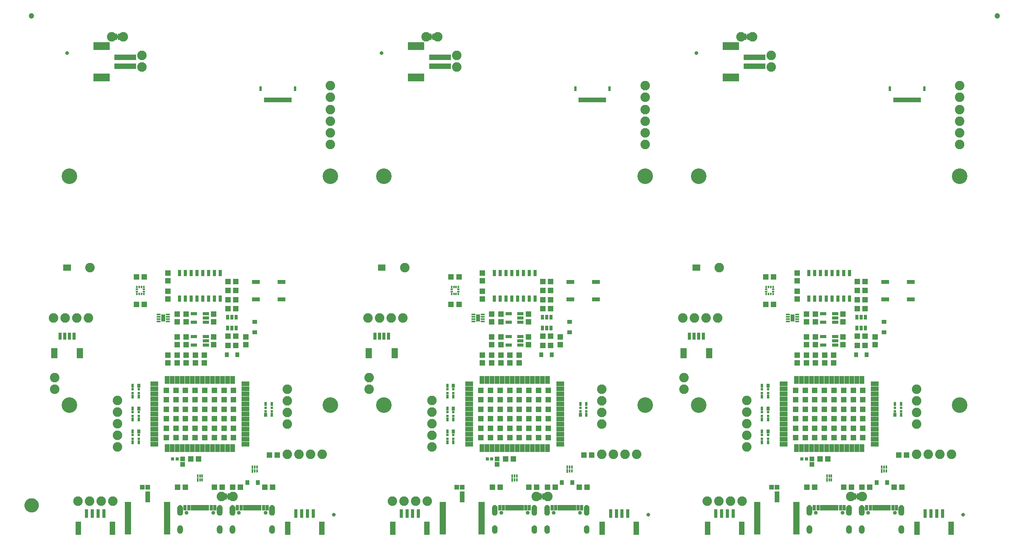
<source format=gts>
G04 EAGLE Gerber RS-274X export*
G75*
%MOMM*%
%FSLAX34Y34*%
%LPD*%
%INSoldermask Top*%
%IPPOS*%
%AMOC8*
5,1,8,0,0,1.08239X$1,22.5*%
G01*
%ADD10C,0.838200*%
%ADD11R,1.203200X1.303200*%
%ADD12R,1.403200X0.753200*%
%ADD13R,1.103200X1.053200*%
%ADD14R,1.303200X1.203200*%
%ADD15R,0.803200X0.803200*%
%ADD16R,1.053200X1.723200*%
%ADD17R,1.723200X1.053200*%
%ADD18R,1.303200X1.303200*%
%ADD19R,0.503200X1.203200*%
%ADD20R,0.803200X1.203200*%
%ADD21C,0.853200*%
%ADD22R,0.453200X0.813200*%
%ADD23R,0.453200X0.763200*%
%ADD24R,1.353200X7.203200*%
%ADD25R,1.103200X2.403200*%
%ADD26C,3.403600*%
%ADD27R,4.803200X1.203200*%
%ADD28R,3.603200X1.803200*%
%ADD29C,2.082800*%
%ADD30R,0.803200X1.903200*%
%ADD31R,1.203200X2.903200*%
%ADD32R,0.833200X1.033200*%
%ADD33R,0.840000X0.440000*%
%ADD34R,0.940000X1.520000*%
%ADD35R,0.838200X1.473200*%
%ADD36R,1.403200X2.203200*%
%ADD37R,0.803200X1.553200*%
%ADD38R,0.803200X1.403200*%
%ADD39R,1.727200X0.965200*%
%ADD40R,0.620000X0.840000*%
%ADD41R,0.620000X0.560000*%
%ADD42R,0.640000X0.840000*%
%ADD43R,0.753200X1.003200*%
%ADD44R,1.033200X0.833200*%
%ADD45R,0.478200X0.453200*%
%ADD46R,0.453200X0.478200*%
%ADD47R,1.053200X1.103200*%
%ADD48R,0.503200X1.003200*%
%ADD49R,0.603200X1.003200*%
%ADD50C,1.203200*%
%ADD51C,1.270000*%
%ADD52C,1.703200*%

G36*
X1673842Y40796D02*
X1673842Y40796D01*
X1673848Y40802D01*
X1673853Y40798D01*
X1675083Y41164D01*
X1675088Y41170D01*
X1675093Y41168D01*
X1676212Y41798D01*
X1676215Y41805D01*
X1676221Y41804D01*
X1677171Y42667D01*
X1677172Y42675D01*
X1677178Y42676D01*
X1677912Y43728D01*
X1677912Y43736D01*
X1677917Y43738D01*
X1678399Y44928D01*
X1678397Y44933D01*
X1678401Y44936D01*
X1678400Y44937D01*
X1678402Y44938D01*
X1678607Y46205D01*
X1678604Y46211D01*
X1678607Y46213D01*
X1678607Y58213D01*
X1678604Y58217D01*
X1678607Y58220D01*
X1678452Y59342D01*
X1678447Y59347D01*
X1678450Y59352D01*
X1678079Y60422D01*
X1678073Y60426D01*
X1678075Y60431D01*
X1677502Y61409D01*
X1677496Y61411D01*
X1677497Y61416D01*
X1676744Y62264D01*
X1676737Y62265D01*
X1676737Y62270D01*
X1675834Y62954D01*
X1675827Y62954D01*
X1675826Y62959D01*
X1674807Y63454D01*
X1674800Y63453D01*
X1674798Y63457D01*
X1673701Y63744D01*
X1673695Y63741D01*
X1673692Y63745D01*
X1672561Y63812D01*
X1672555Y63812D01*
X1671424Y63745D01*
X1671419Y63741D01*
X1671415Y63744D01*
X1670318Y63457D01*
X1670314Y63452D01*
X1670309Y63454D01*
X1669290Y62959D01*
X1669287Y62953D01*
X1669282Y62954D01*
X1668379Y62270D01*
X1668377Y62263D01*
X1668372Y62264D01*
X1667619Y61416D01*
X1667619Y61409D01*
X1667614Y61409D01*
X1667041Y60431D01*
X1667042Y60428D01*
X1667041Y60427D01*
X1667042Y60426D01*
X1667042Y60424D01*
X1667037Y60422D01*
X1666666Y59352D01*
X1666668Y59346D01*
X1666665Y59344D01*
X1666665Y59343D01*
X1666664Y59342D01*
X1666509Y58220D01*
X1666512Y58215D01*
X1666509Y58213D01*
X1666509Y46213D01*
X1666512Y46208D01*
X1666509Y46205D01*
X1666714Y44938D01*
X1666720Y44933D01*
X1666717Y44928D01*
X1667199Y43738D01*
X1667206Y43734D01*
X1667204Y43728D01*
X1667938Y42676D01*
X1667946Y42673D01*
X1667945Y42667D01*
X1668895Y41804D01*
X1668904Y41804D01*
X1668904Y41798D01*
X1670023Y41168D01*
X1670031Y41169D01*
X1670033Y41164D01*
X1671263Y40798D01*
X1671271Y40801D01*
X1671274Y40796D01*
X1672555Y40714D01*
X1672559Y40717D01*
X1672561Y40714D01*
X1673842Y40796D01*
G37*
G36*
X500402Y40796D02*
X500402Y40796D01*
X500408Y40802D01*
X500413Y40798D01*
X501643Y41164D01*
X501648Y41170D01*
X501653Y41168D01*
X502772Y41798D01*
X502775Y41805D01*
X502781Y41804D01*
X503731Y42667D01*
X503732Y42675D01*
X503738Y42676D01*
X504472Y43728D01*
X504472Y43736D01*
X504477Y43738D01*
X504959Y44928D01*
X504957Y44933D01*
X504961Y44936D01*
X504960Y44937D01*
X504962Y44938D01*
X505167Y46205D01*
X505164Y46211D01*
X505167Y46213D01*
X505167Y58213D01*
X505164Y58217D01*
X505167Y58220D01*
X505012Y59342D01*
X505007Y59347D01*
X505010Y59352D01*
X504639Y60422D01*
X504633Y60426D01*
X504635Y60431D01*
X504062Y61409D01*
X504056Y61411D01*
X504057Y61416D01*
X503304Y62264D01*
X503297Y62265D01*
X503297Y62270D01*
X502394Y62954D01*
X502387Y62954D01*
X502386Y62959D01*
X501367Y63454D01*
X501360Y63453D01*
X501358Y63457D01*
X500261Y63744D01*
X500255Y63741D01*
X500252Y63745D01*
X499121Y63812D01*
X499115Y63812D01*
X497984Y63745D01*
X497979Y63741D01*
X497975Y63744D01*
X496878Y63457D01*
X496874Y63452D01*
X496869Y63454D01*
X495850Y62959D01*
X495847Y62953D01*
X495842Y62954D01*
X494939Y62270D01*
X494937Y62263D01*
X494932Y62264D01*
X494179Y61416D01*
X494179Y61409D01*
X494174Y61409D01*
X493601Y60431D01*
X493602Y60428D01*
X493601Y60427D01*
X493602Y60426D01*
X493602Y60424D01*
X493597Y60422D01*
X493226Y59352D01*
X493228Y59346D01*
X493225Y59344D01*
X493225Y59343D01*
X493224Y59342D01*
X493069Y58220D01*
X493072Y58215D01*
X493069Y58213D01*
X493069Y46213D01*
X493072Y46208D01*
X493069Y46205D01*
X493274Y44938D01*
X493280Y44933D01*
X493277Y44928D01*
X493759Y43738D01*
X493766Y43734D01*
X493764Y43728D01*
X494498Y42676D01*
X494506Y42673D01*
X494505Y42667D01*
X495455Y41804D01*
X495464Y41804D01*
X495464Y41798D01*
X496583Y41168D01*
X496591Y41169D01*
X496593Y41164D01*
X497823Y40798D01*
X497831Y40801D01*
X497834Y40796D01*
X499115Y40714D01*
X499119Y40717D01*
X499121Y40714D01*
X500402Y40796D01*
G37*
G36*
X299702Y40796D02*
X299702Y40796D01*
X299708Y40802D01*
X299713Y40798D01*
X300943Y41164D01*
X300948Y41170D01*
X300953Y41168D01*
X302072Y41798D01*
X302075Y41805D01*
X302081Y41804D01*
X303031Y42667D01*
X303032Y42675D01*
X303038Y42676D01*
X303772Y43728D01*
X303772Y43736D01*
X303777Y43738D01*
X304259Y44928D01*
X304257Y44933D01*
X304261Y44936D01*
X304260Y44937D01*
X304262Y44938D01*
X304467Y46205D01*
X304464Y46211D01*
X304467Y46213D01*
X304467Y58213D01*
X304464Y58217D01*
X304467Y58220D01*
X304312Y59342D01*
X304307Y59347D01*
X304310Y59352D01*
X303939Y60422D01*
X303933Y60426D01*
X303935Y60431D01*
X303362Y61409D01*
X303356Y61411D01*
X303357Y61416D01*
X302604Y62264D01*
X302597Y62265D01*
X302597Y62270D01*
X301694Y62954D01*
X301687Y62954D01*
X301686Y62959D01*
X300667Y63454D01*
X300660Y63453D01*
X300658Y63457D01*
X299561Y63744D01*
X299555Y63741D01*
X299552Y63745D01*
X298421Y63812D01*
X298415Y63812D01*
X297284Y63745D01*
X297279Y63741D01*
X297275Y63744D01*
X296178Y63457D01*
X296174Y63452D01*
X296169Y63454D01*
X295150Y62959D01*
X295147Y62953D01*
X295142Y62954D01*
X294239Y62270D01*
X294237Y62263D01*
X294232Y62264D01*
X293479Y61416D01*
X293479Y61409D01*
X293474Y61409D01*
X292901Y60431D01*
X292902Y60428D01*
X292901Y60427D01*
X292902Y60426D01*
X292902Y60424D01*
X292897Y60422D01*
X292526Y59352D01*
X292528Y59346D01*
X292525Y59344D01*
X292525Y59343D01*
X292524Y59342D01*
X292369Y58220D01*
X292372Y58215D01*
X292369Y58213D01*
X292369Y46213D01*
X292372Y46208D01*
X292369Y46205D01*
X292574Y44938D01*
X292580Y44933D01*
X292577Y44928D01*
X293059Y43738D01*
X293066Y43734D01*
X293064Y43728D01*
X293798Y42676D01*
X293806Y42673D01*
X293805Y42667D01*
X294755Y41804D01*
X294764Y41804D01*
X294764Y41798D01*
X295883Y41168D01*
X295891Y41169D01*
X295893Y41164D01*
X297123Y40798D01*
X297131Y40801D01*
X297134Y40796D01*
X298415Y40714D01*
X298419Y40717D01*
X298421Y40714D01*
X299702Y40796D01*
G37*
G36*
X1073172Y40796D02*
X1073172Y40796D01*
X1073178Y40802D01*
X1073183Y40798D01*
X1074413Y41164D01*
X1074418Y41170D01*
X1074423Y41168D01*
X1075542Y41798D01*
X1075545Y41805D01*
X1075551Y41804D01*
X1076501Y42667D01*
X1076502Y42675D01*
X1076508Y42676D01*
X1077242Y43728D01*
X1077242Y43736D01*
X1077247Y43738D01*
X1077729Y44928D01*
X1077727Y44933D01*
X1077731Y44936D01*
X1077730Y44937D01*
X1077732Y44938D01*
X1077937Y46205D01*
X1077934Y46211D01*
X1077937Y46213D01*
X1077937Y58213D01*
X1077934Y58217D01*
X1077937Y58220D01*
X1077782Y59342D01*
X1077777Y59347D01*
X1077780Y59352D01*
X1077409Y60422D01*
X1077403Y60426D01*
X1077405Y60431D01*
X1076832Y61409D01*
X1076826Y61411D01*
X1076827Y61416D01*
X1076074Y62264D01*
X1076067Y62265D01*
X1076067Y62270D01*
X1075164Y62954D01*
X1075157Y62954D01*
X1075156Y62959D01*
X1074137Y63454D01*
X1074130Y63453D01*
X1074128Y63457D01*
X1073031Y63744D01*
X1073025Y63741D01*
X1073022Y63745D01*
X1071891Y63812D01*
X1071885Y63812D01*
X1070754Y63745D01*
X1070749Y63741D01*
X1070745Y63744D01*
X1069648Y63457D01*
X1069644Y63452D01*
X1069639Y63454D01*
X1068620Y62959D01*
X1068617Y62953D01*
X1068612Y62954D01*
X1067709Y62270D01*
X1067707Y62263D01*
X1067702Y62264D01*
X1066949Y61416D01*
X1066949Y61409D01*
X1066944Y61409D01*
X1066371Y60431D01*
X1066372Y60428D01*
X1066371Y60427D01*
X1066372Y60426D01*
X1066372Y60424D01*
X1066367Y60422D01*
X1065996Y59352D01*
X1065998Y59346D01*
X1065995Y59344D01*
X1065995Y59343D01*
X1065994Y59342D01*
X1065839Y58220D01*
X1065842Y58215D01*
X1065839Y58213D01*
X1065839Y46213D01*
X1065842Y46208D01*
X1065839Y46205D01*
X1066044Y44938D01*
X1066050Y44933D01*
X1066047Y44928D01*
X1066529Y43738D01*
X1066536Y43734D01*
X1066534Y43728D01*
X1067268Y42676D01*
X1067276Y42673D01*
X1067275Y42667D01*
X1068225Y41804D01*
X1068234Y41804D01*
X1068234Y41798D01*
X1069353Y41168D01*
X1069361Y41169D01*
X1069363Y41164D01*
X1070593Y40798D01*
X1070601Y40801D01*
X1070604Y40796D01*
X1071885Y40714D01*
X1071889Y40717D01*
X1071891Y40714D01*
X1073172Y40796D01*
G37*
G36*
X1788142Y40796D02*
X1788142Y40796D01*
X1788148Y40802D01*
X1788153Y40798D01*
X1789383Y41164D01*
X1789388Y41170D01*
X1789393Y41168D01*
X1790512Y41798D01*
X1790515Y41805D01*
X1790521Y41804D01*
X1791471Y42667D01*
X1791472Y42675D01*
X1791478Y42676D01*
X1792212Y43728D01*
X1792212Y43736D01*
X1792217Y43738D01*
X1792699Y44928D01*
X1792697Y44933D01*
X1792701Y44936D01*
X1792700Y44937D01*
X1792702Y44938D01*
X1792907Y46205D01*
X1792904Y46211D01*
X1792907Y46213D01*
X1792907Y58213D01*
X1792904Y58217D01*
X1792907Y58220D01*
X1792752Y59342D01*
X1792747Y59347D01*
X1792750Y59352D01*
X1792379Y60422D01*
X1792373Y60426D01*
X1792375Y60431D01*
X1791802Y61409D01*
X1791796Y61411D01*
X1791797Y61416D01*
X1791044Y62264D01*
X1791037Y62265D01*
X1791037Y62270D01*
X1790134Y62954D01*
X1790127Y62954D01*
X1790126Y62959D01*
X1789107Y63454D01*
X1789100Y63453D01*
X1789098Y63457D01*
X1788001Y63744D01*
X1787995Y63741D01*
X1787992Y63745D01*
X1786861Y63812D01*
X1786855Y63812D01*
X1785724Y63745D01*
X1785719Y63741D01*
X1785715Y63744D01*
X1784618Y63457D01*
X1784614Y63452D01*
X1784609Y63454D01*
X1783590Y62959D01*
X1783587Y62953D01*
X1783582Y62954D01*
X1782679Y62270D01*
X1782677Y62263D01*
X1782672Y62264D01*
X1781919Y61416D01*
X1781919Y61409D01*
X1781914Y61409D01*
X1781341Y60431D01*
X1781342Y60428D01*
X1781341Y60427D01*
X1781342Y60426D01*
X1781342Y60424D01*
X1781337Y60422D01*
X1780966Y59352D01*
X1780968Y59346D01*
X1780965Y59344D01*
X1780965Y59343D01*
X1780964Y59342D01*
X1780809Y58220D01*
X1780812Y58215D01*
X1780809Y58213D01*
X1780809Y46213D01*
X1780812Y46208D01*
X1780809Y46205D01*
X1781014Y44938D01*
X1781020Y44933D01*
X1781017Y44928D01*
X1781499Y43738D01*
X1781506Y43734D01*
X1781504Y43728D01*
X1782238Y42676D01*
X1782246Y42673D01*
X1782245Y42667D01*
X1783195Y41804D01*
X1783204Y41804D01*
X1783204Y41798D01*
X1784323Y41168D01*
X1784331Y41169D01*
X1784333Y41164D01*
X1785563Y40798D01*
X1785571Y40801D01*
X1785574Y40796D01*
X1786855Y40714D01*
X1786859Y40717D01*
X1786861Y40714D01*
X1788142Y40796D01*
G37*
G36*
X1101072Y40796D02*
X1101072Y40796D01*
X1101078Y40802D01*
X1101083Y40798D01*
X1102313Y41164D01*
X1102318Y41170D01*
X1102323Y41168D01*
X1103442Y41798D01*
X1103445Y41805D01*
X1103451Y41804D01*
X1104401Y42667D01*
X1104402Y42675D01*
X1104408Y42676D01*
X1105142Y43728D01*
X1105142Y43736D01*
X1105147Y43738D01*
X1105629Y44928D01*
X1105627Y44933D01*
X1105631Y44936D01*
X1105630Y44937D01*
X1105632Y44938D01*
X1105837Y46205D01*
X1105834Y46211D01*
X1105837Y46213D01*
X1105837Y58213D01*
X1105834Y58217D01*
X1105837Y58220D01*
X1105682Y59342D01*
X1105677Y59347D01*
X1105680Y59352D01*
X1105309Y60422D01*
X1105303Y60426D01*
X1105305Y60431D01*
X1104732Y61409D01*
X1104726Y61411D01*
X1104727Y61416D01*
X1103974Y62264D01*
X1103967Y62265D01*
X1103967Y62270D01*
X1103064Y62954D01*
X1103057Y62954D01*
X1103056Y62959D01*
X1102037Y63454D01*
X1102030Y63453D01*
X1102028Y63457D01*
X1100931Y63744D01*
X1100925Y63741D01*
X1100922Y63745D01*
X1099791Y63812D01*
X1099785Y63812D01*
X1098654Y63745D01*
X1098649Y63741D01*
X1098645Y63744D01*
X1097548Y63457D01*
X1097544Y63452D01*
X1097539Y63454D01*
X1096520Y62959D01*
X1096517Y62953D01*
X1096512Y62954D01*
X1095609Y62270D01*
X1095607Y62263D01*
X1095602Y62264D01*
X1094849Y61416D01*
X1094849Y61409D01*
X1094844Y61409D01*
X1094271Y60431D01*
X1094272Y60428D01*
X1094271Y60427D01*
X1094272Y60426D01*
X1094272Y60424D01*
X1094267Y60422D01*
X1093896Y59352D01*
X1093898Y59346D01*
X1093895Y59344D01*
X1093895Y59343D01*
X1093894Y59342D01*
X1093739Y58220D01*
X1093742Y58215D01*
X1093739Y58213D01*
X1093739Y46213D01*
X1093742Y46208D01*
X1093739Y46205D01*
X1093944Y44938D01*
X1093950Y44933D01*
X1093947Y44928D01*
X1094429Y43738D01*
X1094436Y43734D01*
X1094434Y43728D01*
X1095168Y42676D01*
X1095176Y42673D01*
X1095175Y42667D01*
X1096125Y41804D01*
X1096134Y41804D01*
X1096134Y41798D01*
X1097253Y41168D01*
X1097261Y41169D01*
X1097263Y41164D01*
X1098493Y40798D01*
X1098501Y40801D01*
X1098504Y40796D01*
X1099785Y40714D01*
X1099789Y40717D01*
X1099791Y40714D01*
X1101072Y40796D01*
G37*
G36*
X1187472Y40796D02*
X1187472Y40796D01*
X1187478Y40802D01*
X1187483Y40798D01*
X1188713Y41164D01*
X1188718Y41170D01*
X1188723Y41168D01*
X1189842Y41798D01*
X1189845Y41805D01*
X1189851Y41804D01*
X1190801Y42667D01*
X1190802Y42675D01*
X1190808Y42676D01*
X1191542Y43728D01*
X1191542Y43736D01*
X1191547Y43738D01*
X1192029Y44928D01*
X1192027Y44933D01*
X1192031Y44936D01*
X1192030Y44937D01*
X1192032Y44938D01*
X1192237Y46205D01*
X1192234Y46211D01*
X1192237Y46213D01*
X1192237Y58213D01*
X1192234Y58217D01*
X1192237Y58220D01*
X1192082Y59342D01*
X1192077Y59347D01*
X1192080Y59352D01*
X1191709Y60422D01*
X1191703Y60426D01*
X1191705Y60431D01*
X1191132Y61409D01*
X1191126Y61411D01*
X1191127Y61416D01*
X1190374Y62264D01*
X1190367Y62265D01*
X1190367Y62270D01*
X1189464Y62954D01*
X1189457Y62954D01*
X1189456Y62959D01*
X1188437Y63454D01*
X1188430Y63453D01*
X1188428Y63457D01*
X1187331Y63744D01*
X1187325Y63741D01*
X1187322Y63745D01*
X1186191Y63812D01*
X1186185Y63812D01*
X1185054Y63745D01*
X1185049Y63741D01*
X1185045Y63744D01*
X1183948Y63457D01*
X1183944Y63452D01*
X1183939Y63454D01*
X1182920Y62959D01*
X1182917Y62953D01*
X1182912Y62954D01*
X1182009Y62270D01*
X1182007Y62263D01*
X1182002Y62264D01*
X1181249Y61416D01*
X1181249Y61409D01*
X1181244Y61409D01*
X1180671Y60431D01*
X1180672Y60428D01*
X1180671Y60427D01*
X1180672Y60426D01*
X1180672Y60424D01*
X1180667Y60422D01*
X1180296Y59352D01*
X1180298Y59346D01*
X1180295Y59344D01*
X1180295Y59343D01*
X1180294Y59342D01*
X1180139Y58220D01*
X1180142Y58215D01*
X1180139Y58213D01*
X1180139Y46213D01*
X1180142Y46208D01*
X1180139Y46205D01*
X1180344Y44938D01*
X1180350Y44933D01*
X1180347Y44928D01*
X1180829Y43738D01*
X1180836Y43734D01*
X1180834Y43728D01*
X1181568Y42676D01*
X1181576Y42673D01*
X1181575Y42667D01*
X1182525Y41804D01*
X1182534Y41804D01*
X1182534Y41798D01*
X1183653Y41168D01*
X1183661Y41169D01*
X1183663Y41164D01*
X1184893Y40798D01*
X1184901Y40801D01*
X1184904Y40796D01*
X1186185Y40714D01*
X1186189Y40717D01*
X1186191Y40714D01*
X1187472Y40796D01*
G37*
G36*
X1874542Y40796D02*
X1874542Y40796D01*
X1874548Y40802D01*
X1874553Y40798D01*
X1875783Y41164D01*
X1875788Y41170D01*
X1875793Y41168D01*
X1876912Y41798D01*
X1876915Y41805D01*
X1876921Y41804D01*
X1877871Y42667D01*
X1877872Y42675D01*
X1877878Y42676D01*
X1878612Y43728D01*
X1878612Y43736D01*
X1878617Y43738D01*
X1879099Y44928D01*
X1879097Y44933D01*
X1879101Y44936D01*
X1879100Y44937D01*
X1879102Y44938D01*
X1879307Y46205D01*
X1879304Y46211D01*
X1879307Y46213D01*
X1879307Y58213D01*
X1879304Y58217D01*
X1879307Y58220D01*
X1879152Y59342D01*
X1879147Y59347D01*
X1879150Y59352D01*
X1878779Y60422D01*
X1878773Y60426D01*
X1878775Y60431D01*
X1878202Y61409D01*
X1878196Y61411D01*
X1878197Y61416D01*
X1877444Y62264D01*
X1877437Y62265D01*
X1877437Y62270D01*
X1876534Y62954D01*
X1876527Y62954D01*
X1876526Y62959D01*
X1875507Y63454D01*
X1875500Y63453D01*
X1875498Y63457D01*
X1874401Y63744D01*
X1874395Y63741D01*
X1874392Y63745D01*
X1873261Y63812D01*
X1873255Y63812D01*
X1872124Y63745D01*
X1872119Y63741D01*
X1872115Y63744D01*
X1871018Y63457D01*
X1871014Y63452D01*
X1871009Y63454D01*
X1869990Y62959D01*
X1869987Y62953D01*
X1869982Y62954D01*
X1869079Y62270D01*
X1869077Y62263D01*
X1869072Y62264D01*
X1868319Y61416D01*
X1868319Y61409D01*
X1868314Y61409D01*
X1867741Y60431D01*
X1867742Y60428D01*
X1867741Y60427D01*
X1867742Y60426D01*
X1867742Y60424D01*
X1867737Y60422D01*
X1867366Y59352D01*
X1867368Y59346D01*
X1867365Y59344D01*
X1867365Y59343D01*
X1867364Y59342D01*
X1867209Y58220D01*
X1867212Y58215D01*
X1867209Y58213D01*
X1867209Y46213D01*
X1867212Y46208D01*
X1867209Y46205D01*
X1867414Y44938D01*
X1867420Y44933D01*
X1867417Y44928D01*
X1867899Y43738D01*
X1867906Y43734D01*
X1867904Y43728D01*
X1868638Y42676D01*
X1868646Y42673D01*
X1868645Y42667D01*
X1869595Y41804D01*
X1869604Y41804D01*
X1869604Y41798D01*
X1870723Y41168D01*
X1870731Y41169D01*
X1870733Y41164D01*
X1871963Y40798D01*
X1871971Y40801D01*
X1871974Y40796D01*
X1873255Y40714D01*
X1873259Y40717D01*
X1873261Y40714D01*
X1874542Y40796D01*
G37*
G36*
X386102Y40796D02*
X386102Y40796D01*
X386108Y40802D01*
X386113Y40798D01*
X387343Y41164D01*
X387348Y41170D01*
X387353Y41168D01*
X388472Y41798D01*
X388475Y41805D01*
X388481Y41804D01*
X389431Y42667D01*
X389432Y42675D01*
X389438Y42676D01*
X390172Y43728D01*
X390172Y43736D01*
X390177Y43738D01*
X390659Y44928D01*
X390657Y44933D01*
X390661Y44936D01*
X390660Y44937D01*
X390662Y44938D01*
X390867Y46205D01*
X390864Y46211D01*
X390867Y46213D01*
X390867Y58213D01*
X390864Y58217D01*
X390867Y58220D01*
X390712Y59342D01*
X390707Y59347D01*
X390710Y59352D01*
X390339Y60422D01*
X390333Y60426D01*
X390335Y60431D01*
X389762Y61409D01*
X389756Y61411D01*
X389757Y61416D01*
X389004Y62264D01*
X388997Y62265D01*
X388997Y62270D01*
X388094Y62954D01*
X388087Y62954D01*
X388086Y62959D01*
X387067Y63454D01*
X387060Y63453D01*
X387058Y63457D01*
X385961Y63744D01*
X385955Y63741D01*
X385952Y63745D01*
X384821Y63812D01*
X384815Y63812D01*
X383684Y63745D01*
X383679Y63741D01*
X383675Y63744D01*
X382578Y63457D01*
X382574Y63452D01*
X382569Y63454D01*
X381550Y62959D01*
X381547Y62953D01*
X381542Y62954D01*
X380639Y62270D01*
X380637Y62263D01*
X380632Y62264D01*
X379879Y61416D01*
X379879Y61409D01*
X379874Y61409D01*
X379301Y60431D01*
X379302Y60428D01*
X379301Y60427D01*
X379302Y60426D01*
X379302Y60424D01*
X379297Y60422D01*
X378926Y59352D01*
X378928Y59346D01*
X378925Y59344D01*
X378925Y59343D01*
X378924Y59342D01*
X378769Y58220D01*
X378772Y58215D01*
X378769Y58213D01*
X378769Y46213D01*
X378772Y46208D01*
X378769Y46205D01*
X378974Y44938D01*
X378980Y44933D01*
X378977Y44928D01*
X379459Y43738D01*
X379466Y43734D01*
X379464Y43728D01*
X380198Y42676D01*
X380206Y42673D01*
X380205Y42667D01*
X381155Y41804D01*
X381164Y41804D01*
X381164Y41798D01*
X382283Y41168D01*
X382291Y41169D01*
X382293Y41164D01*
X383523Y40798D01*
X383531Y40801D01*
X383534Y40796D01*
X384815Y40714D01*
X384819Y40717D01*
X384821Y40714D01*
X386102Y40796D01*
G37*
G36*
X1760242Y40796D02*
X1760242Y40796D01*
X1760248Y40802D01*
X1760253Y40798D01*
X1761483Y41164D01*
X1761488Y41170D01*
X1761493Y41168D01*
X1762612Y41798D01*
X1762615Y41805D01*
X1762621Y41804D01*
X1763571Y42667D01*
X1763572Y42675D01*
X1763578Y42676D01*
X1764312Y43728D01*
X1764312Y43736D01*
X1764317Y43738D01*
X1764799Y44928D01*
X1764797Y44933D01*
X1764801Y44936D01*
X1764800Y44937D01*
X1764802Y44938D01*
X1765007Y46205D01*
X1765004Y46211D01*
X1765007Y46213D01*
X1765007Y58213D01*
X1765004Y58217D01*
X1765007Y58220D01*
X1764852Y59342D01*
X1764847Y59347D01*
X1764850Y59352D01*
X1764479Y60422D01*
X1764473Y60426D01*
X1764475Y60431D01*
X1763902Y61409D01*
X1763896Y61411D01*
X1763897Y61416D01*
X1763144Y62264D01*
X1763137Y62265D01*
X1763137Y62270D01*
X1762234Y62954D01*
X1762227Y62954D01*
X1762226Y62959D01*
X1761207Y63454D01*
X1761200Y63453D01*
X1761198Y63457D01*
X1760101Y63744D01*
X1760095Y63741D01*
X1760092Y63745D01*
X1758961Y63812D01*
X1758955Y63812D01*
X1757824Y63745D01*
X1757819Y63741D01*
X1757815Y63744D01*
X1756718Y63457D01*
X1756714Y63452D01*
X1756709Y63454D01*
X1755690Y62959D01*
X1755687Y62953D01*
X1755682Y62954D01*
X1754779Y62270D01*
X1754777Y62263D01*
X1754772Y62264D01*
X1754019Y61416D01*
X1754019Y61409D01*
X1754014Y61409D01*
X1753441Y60431D01*
X1753442Y60428D01*
X1753441Y60427D01*
X1753442Y60426D01*
X1753442Y60424D01*
X1753437Y60422D01*
X1753066Y59352D01*
X1753068Y59346D01*
X1753065Y59344D01*
X1753065Y59343D01*
X1753064Y59342D01*
X1752909Y58220D01*
X1752912Y58215D01*
X1752909Y58213D01*
X1752909Y46213D01*
X1752912Y46208D01*
X1752909Y46205D01*
X1753114Y44938D01*
X1753120Y44933D01*
X1753117Y44928D01*
X1753599Y43738D01*
X1753606Y43734D01*
X1753604Y43728D01*
X1754338Y42676D01*
X1754346Y42673D01*
X1754345Y42667D01*
X1755295Y41804D01*
X1755304Y41804D01*
X1755304Y41798D01*
X1756423Y41168D01*
X1756431Y41169D01*
X1756433Y41164D01*
X1757663Y40798D01*
X1757671Y40801D01*
X1757674Y40796D01*
X1758955Y40714D01*
X1758959Y40717D01*
X1758961Y40714D01*
X1760242Y40796D01*
G37*
G36*
X414002Y40796D02*
X414002Y40796D01*
X414008Y40802D01*
X414013Y40798D01*
X415243Y41164D01*
X415248Y41170D01*
X415253Y41168D01*
X416372Y41798D01*
X416375Y41805D01*
X416381Y41804D01*
X417331Y42667D01*
X417332Y42675D01*
X417338Y42676D01*
X418072Y43728D01*
X418072Y43736D01*
X418077Y43738D01*
X418559Y44928D01*
X418557Y44933D01*
X418561Y44936D01*
X418560Y44937D01*
X418562Y44938D01*
X418767Y46205D01*
X418764Y46211D01*
X418767Y46213D01*
X418767Y58213D01*
X418764Y58217D01*
X418767Y58220D01*
X418612Y59342D01*
X418607Y59347D01*
X418610Y59352D01*
X418239Y60422D01*
X418233Y60426D01*
X418235Y60431D01*
X417662Y61409D01*
X417656Y61411D01*
X417657Y61416D01*
X416904Y62264D01*
X416897Y62265D01*
X416897Y62270D01*
X415994Y62954D01*
X415987Y62954D01*
X415986Y62959D01*
X414967Y63454D01*
X414960Y63453D01*
X414958Y63457D01*
X413861Y63744D01*
X413855Y63741D01*
X413852Y63745D01*
X412721Y63812D01*
X412715Y63812D01*
X411584Y63745D01*
X411579Y63741D01*
X411575Y63744D01*
X410478Y63457D01*
X410474Y63452D01*
X410469Y63454D01*
X409450Y62959D01*
X409447Y62953D01*
X409442Y62954D01*
X408539Y62270D01*
X408537Y62263D01*
X408532Y62264D01*
X407779Y61416D01*
X407779Y61409D01*
X407774Y61409D01*
X407201Y60431D01*
X407202Y60428D01*
X407201Y60427D01*
X407202Y60426D01*
X407202Y60424D01*
X407197Y60422D01*
X406826Y59352D01*
X406828Y59346D01*
X406825Y59344D01*
X406825Y59343D01*
X406824Y59342D01*
X406669Y58220D01*
X406672Y58215D01*
X406669Y58213D01*
X406669Y46213D01*
X406672Y46208D01*
X406669Y46205D01*
X406874Y44938D01*
X406880Y44933D01*
X406877Y44928D01*
X407359Y43738D01*
X407366Y43734D01*
X407364Y43728D01*
X408098Y42676D01*
X408106Y42673D01*
X408105Y42667D01*
X409055Y41804D01*
X409064Y41804D01*
X409064Y41798D01*
X410183Y41168D01*
X410191Y41169D01*
X410193Y41164D01*
X411423Y40798D01*
X411431Y40801D01*
X411434Y40796D01*
X412715Y40714D01*
X412719Y40717D01*
X412721Y40714D01*
X414002Y40796D01*
G37*
G36*
X986772Y40796D02*
X986772Y40796D01*
X986778Y40802D01*
X986783Y40798D01*
X988013Y41164D01*
X988018Y41170D01*
X988023Y41168D01*
X989142Y41798D01*
X989145Y41805D01*
X989151Y41804D01*
X990101Y42667D01*
X990102Y42675D01*
X990108Y42676D01*
X990842Y43728D01*
X990842Y43736D01*
X990847Y43738D01*
X991329Y44928D01*
X991327Y44933D01*
X991331Y44936D01*
X991330Y44937D01*
X991332Y44938D01*
X991537Y46205D01*
X991534Y46211D01*
X991537Y46213D01*
X991537Y58213D01*
X991534Y58217D01*
X991537Y58220D01*
X991382Y59342D01*
X991377Y59347D01*
X991380Y59352D01*
X991009Y60422D01*
X991003Y60426D01*
X991005Y60431D01*
X990432Y61409D01*
X990426Y61411D01*
X990427Y61416D01*
X989674Y62264D01*
X989667Y62265D01*
X989667Y62270D01*
X988764Y62954D01*
X988757Y62954D01*
X988756Y62959D01*
X987737Y63454D01*
X987730Y63453D01*
X987728Y63457D01*
X986631Y63744D01*
X986625Y63741D01*
X986622Y63745D01*
X985491Y63812D01*
X985485Y63812D01*
X984354Y63745D01*
X984349Y63741D01*
X984345Y63744D01*
X983248Y63457D01*
X983244Y63452D01*
X983239Y63454D01*
X982220Y62959D01*
X982217Y62953D01*
X982212Y62954D01*
X981309Y62270D01*
X981307Y62263D01*
X981302Y62264D01*
X980549Y61416D01*
X980549Y61409D01*
X980544Y61409D01*
X979971Y60431D01*
X979972Y60428D01*
X979971Y60427D01*
X979972Y60426D01*
X979972Y60424D01*
X979967Y60422D01*
X979596Y59352D01*
X979598Y59346D01*
X979595Y59344D01*
X979595Y59343D01*
X979594Y59342D01*
X979439Y58220D01*
X979442Y58215D01*
X979439Y58213D01*
X979439Y46213D01*
X979442Y46208D01*
X979439Y46205D01*
X979644Y44938D01*
X979650Y44933D01*
X979647Y44928D01*
X980129Y43738D01*
X980136Y43734D01*
X980134Y43728D01*
X980868Y42676D01*
X980876Y42673D01*
X980875Y42667D01*
X981825Y41804D01*
X981834Y41804D01*
X981834Y41798D01*
X982953Y41168D01*
X982961Y41169D01*
X982963Y41164D01*
X984193Y40798D01*
X984201Y40801D01*
X984204Y40796D01*
X985485Y40714D01*
X985489Y40717D01*
X985491Y40714D01*
X986772Y40796D01*
G37*
G36*
X413889Y1524D02*
X413889Y1524D01*
X413894Y1529D01*
X413898Y1526D01*
X415021Y1861D01*
X415025Y1867D01*
X415029Y1865D01*
X416065Y2413D01*
X416068Y2419D01*
X416073Y2418D01*
X416981Y3157D01*
X416983Y3164D01*
X416988Y3164D01*
X417735Y4066D01*
X417735Y4074D01*
X417741Y4074D01*
X418297Y5105D01*
X418296Y5112D01*
X418301Y5114D01*
X418645Y6234D01*
X418643Y6240D01*
X418647Y6243D01*
X418767Y7408D01*
X418765Y7411D01*
X418767Y7413D01*
X418767Y13413D01*
X418765Y13416D01*
X418767Y13418D01*
X418656Y14594D01*
X418651Y14599D01*
X418654Y14603D01*
X418316Y15735D01*
X418310Y15739D01*
X418312Y15744D01*
X417760Y16788D01*
X417753Y16791D01*
X417755Y16796D01*
X417009Y17712D01*
X417002Y17714D01*
X417002Y17719D01*
X416093Y18472D01*
X416085Y18472D01*
X416085Y18477D01*
X415045Y19038D01*
X415038Y19037D01*
X415036Y19042D01*
X413907Y19390D01*
X413901Y19387D01*
X413898Y19392D01*
X412723Y19512D01*
X412716Y19508D01*
X412712Y19512D01*
X411372Y19355D01*
X411366Y19350D01*
X411361Y19353D01*
X410090Y18902D01*
X410085Y18895D01*
X410080Y18897D01*
X408941Y18175D01*
X408938Y18167D01*
X408932Y18168D01*
X407982Y17210D01*
X407981Y17202D01*
X407975Y17201D01*
X407262Y16056D01*
X407263Y16048D01*
X407257Y16046D01*
X406817Y14771D01*
X406819Y14763D01*
X406815Y14760D01*
X406669Y13419D01*
X406671Y13415D01*
X406669Y13413D01*
X406669Y7413D01*
X406671Y7410D01*
X406669Y7407D01*
X406824Y6079D01*
X406830Y6073D01*
X406827Y6068D01*
X407274Y4807D01*
X407281Y4802D01*
X407279Y4797D01*
X407996Y3667D01*
X408003Y3664D01*
X408002Y3658D01*
X408953Y2716D01*
X408961Y2715D01*
X408961Y2709D01*
X410097Y2002D01*
X410105Y2003D01*
X410107Y1998D01*
X411372Y1561D01*
X411377Y1563D01*
X411378Y1562D01*
X411381Y1562D01*
X411383Y1558D01*
X412713Y1414D01*
X412719Y1418D01*
X412723Y1414D01*
X413889Y1524D01*
G37*
G36*
X500289Y1524D02*
X500289Y1524D01*
X500294Y1529D01*
X500298Y1526D01*
X501421Y1861D01*
X501425Y1867D01*
X501429Y1865D01*
X502465Y2413D01*
X502468Y2419D01*
X502473Y2418D01*
X503381Y3157D01*
X503383Y3164D01*
X503388Y3164D01*
X504135Y4066D01*
X504135Y4074D01*
X504141Y4074D01*
X504697Y5105D01*
X504696Y5112D01*
X504701Y5114D01*
X505045Y6234D01*
X505043Y6240D01*
X505047Y6243D01*
X505167Y7408D01*
X505165Y7411D01*
X505167Y7413D01*
X505167Y13413D01*
X505165Y13416D01*
X505167Y13418D01*
X505056Y14594D01*
X505051Y14599D01*
X505054Y14603D01*
X504716Y15735D01*
X504710Y15739D01*
X504712Y15744D01*
X504160Y16788D01*
X504153Y16791D01*
X504155Y16796D01*
X503409Y17712D01*
X503402Y17714D01*
X503402Y17719D01*
X502493Y18472D01*
X502485Y18472D01*
X502485Y18477D01*
X501445Y19038D01*
X501438Y19037D01*
X501436Y19042D01*
X500307Y19390D01*
X500301Y19387D01*
X500298Y19392D01*
X499123Y19512D01*
X499116Y19508D01*
X499112Y19512D01*
X497772Y19355D01*
X497766Y19350D01*
X497761Y19353D01*
X496490Y18902D01*
X496485Y18895D01*
X496480Y18897D01*
X495341Y18175D01*
X495338Y18167D01*
X495332Y18168D01*
X494382Y17210D01*
X494381Y17202D01*
X494375Y17201D01*
X493662Y16056D01*
X493663Y16048D01*
X493657Y16046D01*
X493217Y14771D01*
X493219Y14763D01*
X493215Y14760D01*
X493069Y13419D01*
X493071Y13415D01*
X493069Y13413D01*
X493069Y7413D01*
X493071Y7410D01*
X493069Y7407D01*
X493224Y6079D01*
X493230Y6073D01*
X493227Y6068D01*
X493674Y4807D01*
X493681Y4802D01*
X493679Y4797D01*
X494396Y3667D01*
X494403Y3664D01*
X494402Y3658D01*
X495353Y2716D01*
X495361Y2715D01*
X495361Y2709D01*
X496497Y2002D01*
X496505Y2003D01*
X496507Y1998D01*
X497772Y1561D01*
X497777Y1563D01*
X497778Y1562D01*
X497781Y1562D01*
X497783Y1558D01*
X499113Y1414D01*
X499119Y1418D01*
X499123Y1414D01*
X500289Y1524D01*
G37*
G36*
X1760129Y1524D02*
X1760129Y1524D01*
X1760134Y1529D01*
X1760138Y1526D01*
X1761261Y1861D01*
X1761265Y1867D01*
X1761269Y1865D01*
X1762305Y2413D01*
X1762308Y2419D01*
X1762313Y2418D01*
X1763221Y3157D01*
X1763223Y3164D01*
X1763228Y3164D01*
X1763975Y4066D01*
X1763975Y4074D01*
X1763981Y4074D01*
X1764537Y5105D01*
X1764536Y5112D01*
X1764541Y5114D01*
X1764885Y6234D01*
X1764883Y6240D01*
X1764887Y6243D01*
X1765007Y7408D01*
X1765005Y7411D01*
X1765007Y7413D01*
X1765007Y13413D01*
X1765005Y13416D01*
X1765007Y13418D01*
X1764896Y14594D01*
X1764891Y14599D01*
X1764894Y14603D01*
X1764556Y15735D01*
X1764550Y15739D01*
X1764552Y15744D01*
X1764000Y16788D01*
X1763993Y16791D01*
X1763995Y16796D01*
X1763249Y17712D01*
X1763242Y17714D01*
X1763242Y17719D01*
X1762333Y18472D01*
X1762325Y18472D01*
X1762325Y18477D01*
X1761285Y19038D01*
X1761278Y19037D01*
X1761276Y19042D01*
X1760147Y19390D01*
X1760141Y19387D01*
X1760138Y19392D01*
X1758963Y19512D01*
X1758956Y19508D01*
X1758952Y19512D01*
X1757612Y19355D01*
X1757606Y19350D01*
X1757601Y19353D01*
X1756330Y18902D01*
X1756325Y18895D01*
X1756320Y18897D01*
X1755181Y18175D01*
X1755178Y18167D01*
X1755172Y18168D01*
X1754222Y17210D01*
X1754221Y17202D01*
X1754215Y17201D01*
X1753502Y16056D01*
X1753503Y16048D01*
X1753497Y16046D01*
X1753057Y14771D01*
X1753059Y14763D01*
X1753055Y14760D01*
X1752909Y13419D01*
X1752911Y13415D01*
X1752909Y13413D01*
X1752909Y7413D01*
X1752911Y7410D01*
X1752909Y7407D01*
X1753064Y6079D01*
X1753070Y6073D01*
X1753067Y6068D01*
X1753514Y4807D01*
X1753521Y4802D01*
X1753519Y4797D01*
X1754236Y3667D01*
X1754243Y3664D01*
X1754242Y3658D01*
X1755193Y2716D01*
X1755201Y2715D01*
X1755201Y2709D01*
X1756337Y2002D01*
X1756345Y2003D01*
X1756347Y1998D01*
X1757612Y1561D01*
X1757617Y1563D01*
X1757618Y1562D01*
X1757621Y1562D01*
X1757623Y1558D01*
X1758953Y1414D01*
X1758959Y1418D01*
X1758963Y1414D01*
X1760129Y1524D01*
G37*
G36*
X385989Y1524D02*
X385989Y1524D01*
X385994Y1529D01*
X385998Y1526D01*
X387121Y1861D01*
X387125Y1867D01*
X387129Y1865D01*
X388165Y2413D01*
X388168Y2419D01*
X388173Y2418D01*
X389081Y3157D01*
X389083Y3164D01*
X389088Y3164D01*
X389835Y4066D01*
X389835Y4074D01*
X389841Y4074D01*
X390397Y5105D01*
X390396Y5112D01*
X390401Y5114D01*
X390745Y6234D01*
X390743Y6240D01*
X390747Y6243D01*
X390867Y7408D01*
X390865Y7411D01*
X390867Y7413D01*
X390867Y13413D01*
X390865Y13416D01*
X390867Y13418D01*
X390756Y14594D01*
X390751Y14599D01*
X390754Y14603D01*
X390416Y15735D01*
X390410Y15739D01*
X390412Y15744D01*
X389860Y16788D01*
X389853Y16791D01*
X389855Y16796D01*
X389109Y17712D01*
X389102Y17714D01*
X389102Y17719D01*
X388193Y18472D01*
X388185Y18472D01*
X388185Y18477D01*
X387145Y19038D01*
X387138Y19037D01*
X387136Y19042D01*
X386007Y19390D01*
X386001Y19387D01*
X385998Y19392D01*
X384823Y19512D01*
X384816Y19508D01*
X384812Y19512D01*
X383472Y19355D01*
X383466Y19350D01*
X383461Y19353D01*
X382190Y18902D01*
X382185Y18895D01*
X382180Y18897D01*
X381041Y18175D01*
X381038Y18167D01*
X381032Y18168D01*
X380082Y17210D01*
X380081Y17202D01*
X380075Y17201D01*
X379362Y16056D01*
X379363Y16048D01*
X379357Y16046D01*
X378917Y14771D01*
X378919Y14763D01*
X378915Y14760D01*
X378769Y13419D01*
X378771Y13415D01*
X378769Y13413D01*
X378769Y7413D01*
X378771Y7410D01*
X378769Y7407D01*
X378924Y6079D01*
X378930Y6073D01*
X378927Y6068D01*
X379374Y4807D01*
X379381Y4802D01*
X379379Y4797D01*
X380096Y3667D01*
X380103Y3664D01*
X380102Y3658D01*
X381053Y2716D01*
X381061Y2715D01*
X381061Y2709D01*
X382197Y2002D01*
X382205Y2003D01*
X382207Y1998D01*
X383472Y1561D01*
X383477Y1563D01*
X383478Y1562D01*
X383481Y1562D01*
X383483Y1558D01*
X384813Y1414D01*
X384819Y1418D01*
X384823Y1414D01*
X385989Y1524D01*
G37*
G36*
X986659Y1524D02*
X986659Y1524D01*
X986664Y1529D01*
X986668Y1526D01*
X987791Y1861D01*
X987795Y1867D01*
X987799Y1865D01*
X988835Y2413D01*
X988838Y2419D01*
X988843Y2418D01*
X989751Y3157D01*
X989753Y3164D01*
X989758Y3164D01*
X990505Y4066D01*
X990505Y4074D01*
X990511Y4074D01*
X991067Y5105D01*
X991066Y5112D01*
X991071Y5114D01*
X991415Y6234D01*
X991413Y6240D01*
X991417Y6243D01*
X991537Y7408D01*
X991535Y7411D01*
X991537Y7413D01*
X991537Y13413D01*
X991535Y13416D01*
X991537Y13418D01*
X991426Y14594D01*
X991421Y14599D01*
X991424Y14603D01*
X991086Y15735D01*
X991080Y15739D01*
X991082Y15744D01*
X990530Y16788D01*
X990523Y16791D01*
X990525Y16796D01*
X989779Y17712D01*
X989772Y17714D01*
X989772Y17719D01*
X988863Y18472D01*
X988855Y18472D01*
X988855Y18477D01*
X987815Y19038D01*
X987808Y19037D01*
X987806Y19042D01*
X986677Y19390D01*
X986671Y19387D01*
X986668Y19392D01*
X985493Y19512D01*
X985486Y19508D01*
X985482Y19512D01*
X984142Y19355D01*
X984136Y19350D01*
X984131Y19353D01*
X982860Y18902D01*
X982855Y18895D01*
X982850Y18897D01*
X981711Y18175D01*
X981708Y18167D01*
X981702Y18168D01*
X980752Y17210D01*
X980751Y17202D01*
X980745Y17201D01*
X980032Y16056D01*
X980033Y16048D01*
X980027Y16046D01*
X979587Y14771D01*
X979589Y14763D01*
X979585Y14760D01*
X979439Y13419D01*
X979441Y13415D01*
X979439Y13413D01*
X979439Y7413D01*
X979441Y7410D01*
X979439Y7407D01*
X979594Y6079D01*
X979600Y6073D01*
X979597Y6068D01*
X980044Y4807D01*
X980051Y4802D01*
X980049Y4797D01*
X980766Y3667D01*
X980773Y3664D01*
X980772Y3658D01*
X981723Y2716D01*
X981731Y2715D01*
X981731Y2709D01*
X982867Y2002D01*
X982875Y2003D01*
X982877Y1998D01*
X984142Y1561D01*
X984147Y1563D01*
X984148Y1562D01*
X984151Y1562D01*
X984153Y1558D01*
X985483Y1414D01*
X985489Y1418D01*
X985493Y1414D01*
X986659Y1524D01*
G37*
G36*
X1874429Y1524D02*
X1874429Y1524D01*
X1874434Y1529D01*
X1874438Y1526D01*
X1875561Y1861D01*
X1875565Y1867D01*
X1875569Y1865D01*
X1876605Y2413D01*
X1876608Y2419D01*
X1876613Y2418D01*
X1877521Y3157D01*
X1877523Y3164D01*
X1877528Y3164D01*
X1878275Y4066D01*
X1878275Y4074D01*
X1878281Y4074D01*
X1878837Y5105D01*
X1878836Y5112D01*
X1878841Y5114D01*
X1879185Y6234D01*
X1879183Y6240D01*
X1879187Y6243D01*
X1879307Y7408D01*
X1879305Y7411D01*
X1879307Y7413D01*
X1879307Y13413D01*
X1879305Y13416D01*
X1879307Y13418D01*
X1879196Y14594D01*
X1879191Y14599D01*
X1879194Y14603D01*
X1878856Y15735D01*
X1878850Y15739D01*
X1878852Y15744D01*
X1878300Y16788D01*
X1878293Y16791D01*
X1878295Y16796D01*
X1877549Y17712D01*
X1877542Y17714D01*
X1877542Y17719D01*
X1876633Y18472D01*
X1876625Y18472D01*
X1876625Y18477D01*
X1875585Y19038D01*
X1875578Y19037D01*
X1875576Y19042D01*
X1874447Y19390D01*
X1874441Y19387D01*
X1874438Y19392D01*
X1873263Y19512D01*
X1873256Y19508D01*
X1873252Y19512D01*
X1871912Y19355D01*
X1871906Y19350D01*
X1871901Y19353D01*
X1870630Y18902D01*
X1870625Y18895D01*
X1870620Y18897D01*
X1869481Y18175D01*
X1869478Y18167D01*
X1869472Y18168D01*
X1868522Y17210D01*
X1868521Y17202D01*
X1868515Y17201D01*
X1867802Y16056D01*
X1867803Y16048D01*
X1867797Y16046D01*
X1867357Y14771D01*
X1867359Y14763D01*
X1867355Y14760D01*
X1867209Y13419D01*
X1867211Y13415D01*
X1867209Y13413D01*
X1867209Y7413D01*
X1867211Y7410D01*
X1867209Y7407D01*
X1867364Y6079D01*
X1867370Y6073D01*
X1867367Y6068D01*
X1867814Y4807D01*
X1867821Y4802D01*
X1867819Y4797D01*
X1868536Y3667D01*
X1868543Y3664D01*
X1868542Y3658D01*
X1869493Y2716D01*
X1869501Y2715D01*
X1869501Y2709D01*
X1870637Y2002D01*
X1870645Y2003D01*
X1870647Y1998D01*
X1871912Y1561D01*
X1871917Y1563D01*
X1871918Y1562D01*
X1871921Y1562D01*
X1871923Y1558D01*
X1873253Y1414D01*
X1873259Y1418D01*
X1873263Y1414D01*
X1874429Y1524D01*
G37*
G36*
X299589Y1524D02*
X299589Y1524D01*
X299594Y1529D01*
X299598Y1526D01*
X300721Y1861D01*
X300725Y1867D01*
X300729Y1865D01*
X301765Y2413D01*
X301768Y2419D01*
X301773Y2418D01*
X302681Y3157D01*
X302683Y3164D01*
X302688Y3164D01*
X303435Y4066D01*
X303435Y4074D01*
X303441Y4074D01*
X303997Y5105D01*
X303996Y5112D01*
X304001Y5114D01*
X304345Y6234D01*
X304343Y6240D01*
X304347Y6243D01*
X304467Y7408D01*
X304465Y7411D01*
X304467Y7413D01*
X304467Y13413D01*
X304465Y13416D01*
X304467Y13418D01*
X304356Y14594D01*
X304351Y14599D01*
X304354Y14603D01*
X304016Y15735D01*
X304010Y15739D01*
X304012Y15744D01*
X303460Y16788D01*
X303453Y16791D01*
X303455Y16796D01*
X302709Y17712D01*
X302702Y17714D01*
X302702Y17719D01*
X301793Y18472D01*
X301785Y18472D01*
X301785Y18477D01*
X300745Y19038D01*
X300738Y19037D01*
X300736Y19042D01*
X299607Y19390D01*
X299601Y19387D01*
X299598Y19392D01*
X298423Y19512D01*
X298416Y19508D01*
X298412Y19512D01*
X297072Y19355D01*
X297066Y19350D01*
X297061Y19353D01*
X295790Y18902D01*
X295785Y18895D01*
X295780Y18897D01*
X294641Y18175D01*
X294638Y18167D01*
X294632Y18168D01*
X293682Y17210D01*
X293681Y17202D01*
X293675Y17201D01*
X292962Y16056D01*
X292963Y16048D01*
X292957Y16046D01*
X292517Y14771D01*
X292519Y14763D01*
X292515Y14760D01*
X292369Y13419D01*
X292371Y13415D01*
X292369Y13413D01*
X292369Y7413D01*
X292371Y7410D01*
X292369Y7407D01*
X292524Y6079D01*
X292530Y6073D01*
X292527Y6068D01*
X292974Y4807D01*
X292981Y4802D01*
X292979Y4797D01*
X293696Y3667D01*
X293703Y3664D01*
X293702Y3658D01*
X294653Y2716D01*
X294661Y2715D01*
X294661Y2709D01*
X295797Y2002D01*
X295805Y2003D01*
X295807Y1998D01*
X297072Y1561D01*
X297077Y1563D01*
X297078Y1562D01*
X297081Y1562D01*
X297083Y1558D01*
X298413Y1414D01*
X298419Y1418D01*
X298423Y1414D01*
X299589Y1524D01*
G37*
G36*
X1673729Y1524D02*
X1673729Y1524D01*
X1673734Y1529D01*
X1673738Y1526D01*
X1674861Y1861D01*
X1674865Y1867D01*
X1674869Y1865D01*
X1675905Y2413D01*
X1675908Y2419D01*
X1675913Y2418D01*
X1676821Y3157D01*
X1676823Y3164D01*
X1676828Y3164D01*
X1677575Y4066D01*
X1677575Y4074D01*
X1677581Y4074D01*
X1678137Y5105D01*
X1678136Y5112D01*
X1678141Y5114D01*
X1678485Y6234D01*
X1678483Y6240D01*
X1678487Y6243D01*
X1678607Y7408D01*
X1678605Y7411D01*
X1678607Y7413D01*
X1678607Y13413D01*
X1678605Y13416D01*
X1678607Y13418D01*
X1678496Y14594D01*
X1678491Y14599D01*
X1678494Y14603D01*
X1678156Y15735D01*
X1678150Y15739D01*
X1678152Y15744D01*
X1677600Y16788D01*
X1677593Y16791D01*
X1677595Y16796D01*
X1676849Y17712D01*
X1676842Y17714D01*
X1676842Y17719D01*
X1675933Y18472D01*
X1675925Y18472D01*
X1675925Y18477D01*
X1674885Y19038D01*
X1674878Y19037D01*
X1674876Y19042D01*
X1673747Y19390D01*
X1673741Y19387D01*
X1673738Y19392D01*
X1672563Y19512D01*
X1672556Y19508D01*
X1672552Y19512D01*
X1671212Y19355D01*
X1671206Y19350D01*
X1671201Y19353D01*
X1669930Y18902D01*
X1669925Y18895D01*
X1669920Y18897D01*
X1668781Y18175D01*
X1668778Y18167D01*
X1668772Y18168D01*
X1667822Y17210D01*
X1667821Y17202D01*
X1667815Y17201D01*
X1667102Y16056D01*
X1667103Y16048D01*
X1667097Y16046D01*
X1666657Y14771D01*
X1666659Y14763D01*
X1666655Y14760D01*
X1666509Y13419D01*
X1666511Y13415D01*
X1666509Y13413D01*
X1666509Y7413D01*
X1666511Y7410D01*
X1666509Y7407D01*
X1666664Y6079D01*
X1666670Y6073D01*
X1666667Y6068D01*
X1667114Y4807D01*
X1667121Y4802D01*
X1667119Y4797D01*
X1667836Y3667D01*
X1667843Y3664D01*
X1667842Y3658D01*
X1668793Y2716D01*
X1668801Y2715D01*
X1668801Y2709D01*
X1669937Y2002D01*
X1669945Y2003D01*
X1669947Y1998D01*
X1671212Y1561D01*
X1671217Y1563D01*
X1671218Y1562D01*
X1671221Y1562D01*
X1671223Y1558D01*
X1672553Y1414D01*
X1672559Y1418D01*
X1672563Y1414D01*
X1673729Y1524D01*
G37*
G36*
X1073059Y1524D02*
X1073059Y1524D01*
X1073064Y1529D01*
X1073068Y1526D01*
X1074191Y1861D01*
X1074195Y1867D01*
X1074199Y1865D01*
X1075235Y2413D01*
X1075238Y2419D01*
X1075243Y2418D01*
X1076151Y3157D01*
X1076153Y3164D01*
X1076158Y3164D01*
X1076905Y4066D01*
X1076905Y4074D01*
X1076911Y4074D01*
X1077467Y5105D01*
X1077466Y5112D01*
X1077471Y5114D01*
X1077815Y6234D01*
X1077813Y6240D01*
X1077817Y6243D01*
X1077937Y7408D01*
X1077935Y7411D01*
X1077937Y7413D01*
X1077937Y13413D01*
X1077935Y13416D01*
X1077937Y13418D01*
X1077826Y14594D01*
X1077821Y14599D01*
X1077824Y14603D01*
X1077486Y15735D01*
X1077480Y15739D01*
X1077482Y15744D01*
X1076930Y16788D01*
X1076923Y16791D01*
X1076925Y16796D01*
X1076179Y17712D01*
X1076172Y17714D01*
X1076172Y17719D01*
X1075263Y18472D01*
X1075255Y18472D01*
X1075255Y18477D01*
X1074215Y19038D01*
X1074208Y19037D01*
X1074206Y19042D01*
X1073077Y19390D01*
X1073071Y19387D01*
X1073068Y19392D01*
X1071893Y19512D01*
X1071886Y19508D01*
X1071882Y19512D01*
X1070542Y19355D01*
X1070536Y19350D01*
X1070531Y19353D01*
X1069260Y18902D01*
X1069255Y18895D01*
X1069250Y18897D01*
X1068111Y18175D01*
X1068108Y18167D01*
X1068102Y18168D01*
X1067152Y17210D01*
X1067151Y17202D01*
X1067145Y17201D01*
X1066432Y16056D01*
X1066433Y16048D01*
X1066427Y16046D01*
X1065987Y14771D01*
X1065989Y14763D01*
X1065985Y14760D01*
X1065839Y13419D01*
X1065841Y13415D01*
X1065839Y13413D01*
X1065839Y7413D01*
X1065841Y7410D01*
X1065839Y7407D01*
X1065994Y6079D01*
X1066000Y6073D01*
X1065997Y6068D01*
X1066444Y4807D01*
X1066451Y4802D01*
X1066449Y4797D01*
X1067166Y3667D01*
X1067173Y3664D01*
X1067172Y3658D01*
X1068123Y2716D01*
X1068131Y2715D01*
X1068131Y2709D01*
X1069267Y2002D01*
X1069275Y2003D01*
X1069277Y1998D01*
X1070542Y1561D01*
X1070547Y1563D01*
X1070548Y1562D01*
X1070551Y1562D01*
X1070553Y1558D01*
X1071883Y1414D01*
X1071889Y1418D01*
X1071893Y1414D01*
X1073059Y1524D01*
G37*
G36*
X1100959Y1524D02*
X1100959Y1524D01*
X1100964Y1529D01*
X1100968Y1526D01*
X1102091Y1861D01*
X1102095Y1867D01*
X1102099Y1865D01*
X1103135Y2413D01*
X1103138Y2419D01*
X1103143Y2418D01*
X1104051Y3157D01*
X1104053Y3164D01*
X1104058Y3164D01*
X1104805Y4066D01*
X1104805Y4074D01*
X1104811Y4074D01*
X1105367Y5105D01*
X1105366Y5112D01*
X1105371Y5114D01*
X1105715Y6234D01*
X1105713Y6240D01*
X1105717Y6243D01*
X1105837Y7408D01*
X1105835Y7411D01*
X1105837Y7413D01*
X1105837Y13413D01*
X1105835Y13416D01*
X1105837Y13418D01*
X1105726Y14594D01*
X1105721Y14599D01*
X1105724Y14603D01*
X1105386Y15735D01*
X1105380Y15739D01*
X1105382Y15744D01*
X1104830Y16788D01*
X1104823Y16791D01*
X1104825Y16796D01*
X1104079Y17712D01*
X1104072Y17714D01*
X1104072Y17719D01*
X1103163Y18472D01*
X1103155Y18472D01*
X1103155Y18477D01*
X1102115Y19038D01*
X1102108Y19037D01*
X1102106Y19042D01*
X1100977Y19390D01*
X1100971Y19387D01*
X1100968Y19392D01*
X1099793Y19512D01*
X1099786Y19508D01*
X1099782Y19512D01*
X1098442Y19355D01*
X1098436Y19350D01*
X1098431Y19353D01*
X1097160Y18902D01*
X1097155Y18895D01*
X1097150Y18897D01*
X1096011Y18175D01*
X1096008Y18167D01*
X1096002Y18168D01*
X1095052Y17210D01*
X1095051Y17202D01*
X1095045Y17201D01*
X1094332Y16056D01*
X1094333Y16048D01*
X1094327Y16046D01*
X1093887Y14771D01*
X1093889Y14763D01*
X1093885Y14760D01*
X1093739Y13419D01*
X1093741Y13415D01*
X1093739Y13413D01*
X1093739Y7413D01*
X1093741Y7410D01*
X1093739Y7407D01*
X1093894Y6079D01*
X1093900Y6073D01*
X1093897Y6068D01*
X1094344Y4807D01*
X1094351Y4802D01*
X1094349Y4797D01*
X1095066Y3667D01*
X1095073Y3664D01*
X1095072Y3658D01*
X1096023Y2716D01*
X1096031Y2715D01*
X1096031Y2709D01*
X1097167Y2002D01*
X1097175Y2003D01*
X1097177Y1998D01*
X1098442Y1561D01*
X1098447Y1563D01*
X1098448Y1562D01*
X1098451Y1562D01*
X1098453Y1558D01*
X1099783Y1414D01*
X1099789Y1418D01*
X1099793Y1414D01*
X1100959Y1524D01*
G37*
G36*
X1187359Y1524D02*
X1187359Y1524D01*
X1187364Y1529D01*
X1187368Y1526D01*
X1188491Y1861D01*
X1188495Y1867D01*
X1188499Y1865D01*
X1189535Y2413D01*
X1189538Y2419D01*
X1189543Y2418D01*
X1190451Y3157D01*
X1190453Y3164D01*
X1190458Y3164D01*
X1191205Y4066D01*
X1191205Y4074D01*
X1191211Y4074D01*
X1191767Y5105D01*
X1191766Y5112D01*
X1191771Y5114D01*
X1192115Y6234D01*
X1192113Y6240D01*
X1192117Y6243D01*
X1192237Y7408D01*
X1192235Y7411D01*
X1192237Y7413D01*
X1192237Y13413D01*
X1192235Y13416D01*
X1192237Y13418D01*
X1192126Y14594D01*
X1192121Y14599D01*
X1192124Y14603D01*
X1191786Y15735D01*
X1191780Y15739D01*
X1191782Y15744D01*
X1191230Y16788D01*
X1191223Y16791D01*
X1191225Y16796D01*
X1190479Y17712D01*
X1190472Y17714D01*
X1190472Y17719D01*
X1189563Y18472D01*
X1189555Y18472D01*
X1189555Y18477D01*
X1188515Y19038D01*
X1188508Y19037D01*
X1188506Y19042D01*
X1187377Y19390D01*
X1187371Y19387D01*
X1187368Y19392D01*
X1186193Y19512D01*
X1186186Y19508D01*
X1186182Y19512D01*
X1184842Y19355D01*
X1184836Y19350D01*
X1184831Y19353D01*
X1183560Y18902D01*
X1183555Y18895D01*
X1183550Y18897D01*
X1182411Y18175D01*
X1182408Y18167D01*
X1182402Y18168D01*
X1181452Y17210D01*
X1181451Y17202D01*
X1181445Y17201D01*
X1180732Y16056D01*
X1180733Y16048D01*
X1180727Y16046D01*
X1180287Y14771D01*
X1180289Y14763D01*
X1180285Y14760D01*
X1180139Y13419D01*
X1180141Y13415D01*
X1180139Y13413D01*
X1180139Y7413D01*
X1180141Y7410D01*
X1180139Y7407D01*
X1180294Y6079D01*
X1180300Y6073D01*
X1180297Y6068D01*
X1180744Y4807D01*
X1180751Y4802D01*
X1180749Y4797D01*
X1181466Y3667D01*
X1181473Y3664D01*
X1181472Y3658D01*
X1182423Y2716D01*
X1182431Y2715D01*
X1182431Y2709D01*
X1183567Y2002D01*
X1183575Y2003D01*
X1183577Y1998D01*
X1184842Y1561D01*
X1184847Y1563D01*
X1184848Y1562D01*
X1184851Y1562D01*
X1184853Y1558D01*
X1186183Y1414D01*
X1186189Y1418D01*
X1186193Y1414D01*
X1187359Y1524D01*
G37*
G36*
X1788029Y1524D02*
X1788029Y1524D01*
X1788034Y1529D01*
X1788038Y1526D01*
X1789161Y1861D01*
X1789165Y1867D01*
X1789169Y1865D01*
X1790205Y2413D01*
X1790208Y2419D01*
X1790213Y2418D01*
X1791121Y3157D01*
X1791123Y3164D01*
X1791128Y3164D01*
X1791875Y4066D01*
X1791875Y4074D01*
X1791881Y4074D01*
X1792437Y5105D01*
X1792436Y5112D01*
X1792441Y5114D01*
X1792785Y6234D01*
X1792783Y6240D01*
X1792787Y6243D01*
X1792907Y7408D01*
X1792905Y7411D01*
X1792907Y7413D01*
X1792907Y13413D01*
X1792905Y13416D01*
X1792907Y13418D01*
X1792796Y14594D01*
X1792791Y14599D01*
X1792794Y14603D01*
X1792456Y15735D01*
X1792450Y15739D01*
X1792452Y15744D01*
X1791900Y16788D01*
X1791893Y16791D01*
X1791895Y16796D01*
X1791149Y17712D01*
X1791142Y17714D01*
X1791142Y17719D01*
X1790233Y18472D01*
X1790225Y18472D01*
X1790225Y18477D01*
X1789185Y19038D01*
X1789178Y19037D01*
X1789176Y19042D01*
X1788047Y19390D01*
X1788041Y19387D01*
X1788038Y19392D01*
X1786863Y19512D01*
X1786856Y19508D01*
X1786852Y19512D01*
X1785512Y19355D01*
X1785506Y19350D01*
X1785501Y19353D01*
X1784230Y18902D01*
X1784225Y18895D01*
X1784220Y18897D01*
X1783081Y18175D01*
X1783078Y18167D01*
X1783072Y18168D01*
X1782122Y17210D01*
X1782121Y17202D01*
X1782115Y17201D01*
X1781402Y16056D01*
X1781403Y16048D01*
X1781397Y16046D01*
X1780957Y14771D01*
X1780959Y14763D01*
X1780955Y14760D01*
X1780809Y13419D01*
X1780811Y13415D01*
X1780809Y13413D01*
X1780809Y7413D01*
X1780811Y7410D01*
X1780809Y7407D01*
X1780964Y6079D01*
X1780970Y6073D01*
X1780967Y6068D01*
X1781414Y4807D01*
X1781421Y4802D01*
X1781419Y4797D01*
X1782136Y3667D01*
X1782143Y3664D01*
X1782142Y3658D01*
X1783093Y2716D01*
X1783101Y2715D01*
X1783101Y2709D01*
X1784237Y2002D01*
X1784245Y2003D01*
X1784247Y1998D01*
X1785512Y1561D01*
X1785517Y1563D01*
X1785518Y1562D01*
X1785521Y1562D01*
X1785523Y1558D01*
X1786853Y1414D01*
X1786859Y1418D01*
X1786863Y1414D01*
X1788029Y1524D01*
G37*
G36*
X1537728Y1084327D02*
X1537728Y1084327D01*
X1537794Y1084329D01*
X1537837Y1084346D01*
X1537884Y1084355D01*
X1537941Y1084388D01*
X1538001Y1084413D01*
X1538036Y1084445D01*
X1538077Y1084469D01*
X1538119Y1084520D01*
X1538167Y1084564D01*
X1538189Y1084606D01*
X1538218Y1084643D01*
X1538239Y1084705D01*
X1538270Y1084764D01*
X1538278Y1084818D01*
X1538290Y1084855D01*
X1538289Y1084895D01*
X1538297Y1084949D01*
X1538297Y1090537D01*
X1538286Y1090602D01*
X1538284Y1090668D01*
X1538266Y1090711D01*
X1538258Y1090758D01*
X1538224Y1090815D01*
X1538199Y1090876D01*
X1538168Y1090911D01*
X1538143Y1090951D01*
X1538092Y1090993D01*
X1538048Y1091041D01*
X1538006Y1091063D01*
X1537969Y1091093D01*
X1537907Y1091114D01*
X1537848Y1091144D01*
X1537794Y1091152D01*
X1537757Y1091164D01*
X1537717Y1091163D01*
X1537663Y1091171D01*
X1533853Y1091171D01*
X1533788Y1091160D01*
X1533722Y1091158D01*
X1533679Y1091140D01*
X1533632Y1091132D01*
X1533575Y1091098D01*
X1533515Y1091074D01*
X1533480Y1091042D01*
X1533439Y1091018D01*
X1533398Y1090967D01*
X1533349Y1090922D01*
X1533327Y1090880D01*
X1533298Y1090843D01*
X1533277Y1090781D01*
X1533246Y1090723D01*
X1533238Y1090668D01*
X1533226Y1090631D01*
X1533227Y1090592D01*
X1533219Y1090537D01*
X1533219Y1084949D01*
X1533230Y1084884D01*
X1533232Y1084819D01*
X1533250Y1084775D01*
X1533258Y1084728D01*
X1533292Y1084672D01*
X1533317Y1084611D01*
X1533348Y1084576D01*
X1533373Y1084535D01*
X1533424Y1084494D01*
X1533468Y1084445D01*
X1533510Y1084424D01*
X1533547Y1084394D01*
X1533609Y1084373D01*
X1533668Y1084343D01*
X1533722Y1084335D01*
X1533759Y1084322D01*
X1533799Y1084323D01*
X1533853Y1084315D01*
X1537663Y1084315D01*
X1537728Y1084327D01*
G37*
G36*
X850658Y1084327D02*
X850658Y1084327D01*
X850724Y1084329D01*
X850767Y1084346D01*
X850814Y1084355D01*
X850871Y1084388D01*
X850931Y1084413D01*
X850966Y1084445D01*
X851007Y1084469D01*
X851049Y1084520D01*
X851097Y1084564D01*
X851119Y1084606D01*
X851148Y1084643D01*
X851169Y1084705D01*
X851200Y1084764D01*
X851208Y1084818D01*
X851220Y1084855D01*
X851219Y1084895D01*
X851227Y1084949D01*
X851227Y1090537D01*
X851216Y1090602D01*
X851214Y1090668D01*
X851196Y1090711D01*
X851188Y1090758D01*
X851154Y1090815D01*
X851129Y1090876D01*
X851098Y1090911D01*
X851073Y1090951D01*
X851022Y1090993D01*
X850978Y1091041D01*
X850936Y1091063D01*
X850899Y1091093D01*
X850837Y1091114D01*
X850778Y1091144D01*
X850724Y1091152D01*
X850687Y1091164D01*
X850647Y1091163D01*
X850593Y1091171D01*
X846783Y1091171D01*
X846718Y1091160D01*
X846652Y1091158D01*
X846609Y1091140D01*
X846562Y1091132D01*
X846505Y1091098D01*
X846445Y1091074D01*
X846410Y1091042D01*
X846369Y1091018D01*
X846328Y1090967D01*
X846279Y1090922D01*
X846257Y1090880D01*
X846228Y1090843D01*
X846207Y1090781D01*
X846176Y1090723D01*
X846168Y1090668D01*
X846156Y1090631D01*
X846157Y1090592D01*
X846149Y1090537D01*
X846149Y1084949D01*
X846160Y1084884D01*
X846162Y1084819D01*
X846180Y1084775D01*
X846188Y1084728D01*
X846222Y1084672D01*
X846247Y1084611D01*
X846278Y1084576D01*
X846303Y1084535D01*
X846354Y1084494D01*
X846398Y1084445D01*
X846440Y1084424D01*
X846477Y1084394D01*
X846539Y1084373D01*
X846598Y1084343D01*
X846652Y1084335D01*
X846689Y1084322D01*
X846729Y1084323D01*
X846783Y1084315D01*
X850593Y1084315D01*
X850658Y1084327D01*
G37*
G36*
X163588Y1084327D02*
X163588Y1084327D01*
X163654Y1084329D01*
X163697Y1084346D01*
X163744Y1084355D01*
X163801Y1084388D01*
X163861Y1084413D01*
X163896Y1084445D01*
X163937Y1084469D01*
X163979Y1084520D01*
X164027Y1084564D01*
X164049Y1084606D01*
X164078Y1084643D01*
X164099Y1084705D01*
X164130Y1084764D01*
X164138Y1084818D01*
X164150Y1084855D01*
X164149Y1084895D01*
X164157Y1084949D01*
X164157Y1090537D01*
X164146Y1090602D01*
X164144Y1090668D01*
X164126Y1090711D01*
X164118Y1090758D01*
X164084Y1090815D01*
X164059Y1090876D01*
X164028Y1090911D01*
X164003Y1090951D01*
X163952Y1090993D01*
X163908Y1091041D01*
X163866Y1091063D01*
X163829Y1091093D01*
X163767Y1091114D01*
X163708Y1091144D01*
X163654Y1091152D01*
X163617Y1091164D01*
X163577Y1091163D01*
X163523Y1091171D01*
X159713Y1091171D01*
X159648Y1091160D01*
X159582Y1091158D01*
X159539Y1091140D01*
X159492Y1091132D01*
X159435Y1091098D01*
X159375Y1091074D01*
X159340Y1091042D01*
X159299Y1091018D01*
X159258Y1090967D01*
X159209Y1090922D01*
X159187Y1090880D01*
X159158Y1090843D01*
X159137Y1090781D01*
X159106Y1090723D01*
X159098Y1090668D01*
X159086Y1090631D01*
X159087Y1090592D01*
X159079Y1090537D01*
X159079Y1084949D01*
X159090Y1084884D01*
X159092Y1084819D01*
X159110Y1084775D01*
X159118Y1084728D01*
X159152Y1084672D01*
X159177Y1084611D01*
X159208Y1084576D01*
X159233Y1084535D01*
X159284Y1084494D01*
X159328Y1084445D01*
X159370Y1084424D01*
X159407Y1084394D01*
X159469Y1084373D01*
X159528Y1084343D01*
X159582Y1084335D01*
X159619Y1084322D01*
X159659Y1084323D01*
X159713Y1084315D01*
X163523Y1084315D01*
X163588Y1084327D01*
G37*
G36*
X403588Y79327D02*
X403588Y79327D01*
X403654Y79329D01*
X403697Y79346D01*
X403744Y79355D01*
X403801Y79388D01*
X403861Y79413D01*
X403896Y79445D01*
X403937Y79469D01*
X403979Y79520D01*
X404027Y79564D01*
X404049Y79606D01*
X404078Y79643D01*
X404099Y79705D01*
X404130Y79764D01*
X404138Y79818D01*
X404150Y79855D01*
X404149Y79895D01*
X404157Y79949D01*
X404157Y85537D01*
X404146Y85602D01*
X404144Y85668D01*
X404126Y85711D01*
X404118Y85758D01*
X404084Y85815D01*
X404059Y85876D01*
X404028Y85911D01*
X404003Y85951D01*
X403952Y85993D01*
X403908Y86041D01*
X403866Y86063D01*
X403829Y86093D01*
X403767Y86114D01*
X403708Y86144D01*
X403654Y86152D01*
X403617Y86164D01*
X403577Y86163D01*
X403523Y86171D01*
X399713Y86171D01*
X399648Y86160D01*
X399582Y86158D01*
X399539Y86140D01*
X399492Y86132D01*
X399435Y86098D01*
X399375Y86074D01*
X399340Y86042D01*
X399299Y86018D01*
X399258Y85967D01*
X399209Y85922D01*
X399187Y85880D01*
X399158Y85843D01*
X399137Y85781D01*
X399106Y85723D01*
X399098Y85668D01*
X399086Y85631D01*
X399087Y85592D01*
X399079Y85537D01*
X399079Y79949D01*
X399090Y79884D01*
X399092Y79819D01*
X399110Y79775D01*
X399118Y79728D01*
X399152Y79672D01*
X399177Y79611D01*
X399208Y79576D01*
X399233Y79535D01*
X399284Y79494D01*
X399328Y79445D01*
X399370Y79424D01*
X399407Y79394D01*
X399469Y79373D01*
X399528Y79343D01*
X399582Y79335D01*
X399619Y79322D01*
X399659Y79323D01*
X399713Y79315D01*
X403523Y79315D01*
X403588Y79327D01*
G37*
G36*
X1777728Y79327D02*
X1777728Y79327D01*
X1777794Y79329D01*
X1777837Y79346D01*
X1777884Y79355D01*
X1777941Y79388D01*
X1778001Y79413D01*
X1778036Y79445D01*
X1778077Y79469D01*
X1778119Y79520D01*
X1778167Y79564D01*
X1778189Y79606D01*
X1778218Y79643D01*
X1778239Y79705D01*
X1778270Y79764D01*
X1778278Y79818D01*
X1778290Y79855D01*
X1778289Y79895D01*
X1778297Y79949D01*
X1778297Y85537D01*
X1778286Y85602D01*
X1778284Y85668D01*
X1778266Y85711D01*
X1778258Y85758D01*
X1778224Y85815D01*
X1778199Y85876D01*
X1778168Y85911D01*
X1778143Y85951D01*
X1778092Y85993D01*
X1778048Y86041D01*
X1778006Y86063D01*
X1777969Y86093D01*
X1777907Y86114D01*
X1777848Y86144D01*
X1777794Y86152D01*
X1777757Y86164D01*
X1777717Y86163D01*
X1777663Y86171D01*
X1773853Y86171D01*
X1773788Y86160D01*
X1773722Y86158D01*
X1773679Y86140D01*
X1773632Y86132D01*
X1773575Y86098D01*
X1773515Y86074D01*
X1773480Y86042D01*
X1773439Y86018D01*
X1773398Y85967D01*
X1773349Y85922D01*
X1773327Y85880D01*
X1773298Y85843D01*
X1773277Y85781D01*
X1773246Y85723D01*
X1773238Y85668D01*
X1773226Y85631D01*
X1773227Y85592D01*
X1773219Y85537D01*
X1773219Y79949D01*
X1773230Y79884D01*
X1773232Y79819D01*
X1773250Y79775D01*
X1773258Y79728D01*
X1773292Y79672D01*
X1773317Y79611D01*
X1773348Y79576D01*
X1773373Y79535D01*
X1773424Y79494D01*
X1773468Y79445D01*
X1773510Y79424D01*
X1773547Y79394D01*
X1773609Y79373D01*
X1773668Y79343D01*
X1773722Y79335D01*
X1773759Y79322D01*
X1773799Y79323D01*
X1773853Y79315D01*
X1777663Y79315D01*
X1777728Y79327D01*
G37*
G36*
X1090658Y79327D02*
X1090658Y79327D01*
X1090724Y79329D01*
X1090767Y79346D01*
X1090814Y79355D01*
X1090871Y79388D01*
X1090931Y79413D01*
X1090966Y79445D01*
X1091007Y79469D01*
X1091049Y79520D01*
X1091097Y79564D01*
X1091119Y79606D01*
X1091148Y79643D01*
X1091169Y79705D01*
X1091200Y79764D01*
X1091208Y79818D01*
X1091220Y79855D01*
X1091219Y79895D01*
X1091227Y79949D01*
X1091227Y85537D01*
X1091216Y85602D01*
X1091214Y85668D01*
X1091196Y85711D01*
X1091188Y85758D01*
X1091154Y85815D01*
X1091129Y85876D01*
X1091098Y85911D01*
X1091073Y85951D01*
X1091022Y85993D01*
X1090978Y86041D01*
X1090936Y86063D01*
X1090899Y86093D01*
X1090837Y86114D01*
X1090778Y86144D01*
X1090724Y86152D01*
X1090687Y86164D01*
X1090647Y86163D01*
X1090593Y86171D01*
X1086783Y86171D01*
X1086718Y86160D01*
X1086652Y86158D01*
X1086609Y86140D01*
X1086562Y86132D01*
X1086505Y86098D01*
X1086445Y86074D01*
X1086410Y86042D01*
X1086369Y86018D01*
X1086328Y85967D01*
X1086279Y85922D01*
X1086257Y85880D01*
X1086228Y85843D01*
X1086207Y85781D01*
X1086176Y85723D01*
X1086168Y85668D01*
X1086156Y85631D01*
X1086157Y85592D01*
X1086149Y85537D01*
X1086149Y79949D01*
X1086160Y79884D01*
X1086162Y79819D01*
X1086180Y79775D01*
X1086188Y79728D01*
X1086222Y79672D01*
X1086247Y79611D01*
X1086278Y79576D01*
X1086303Y79535D01*
X1086354Y79494D01*
X1086398Y79445D01*
X1086440Y79424D01*
X1086477Y79394D01*
X1086539Y79373D01*
X1086598Y79343D01*
X1086652Y79335D01*
X1086689Y79322D01*
X1086729Y79323D01*
X1086783Y79315D01*
X1090593Y79315D01*
X1090658Y79327D01*
G37*
D10*
X633718Y42843D03*
X51318Y1051643D03*
D11*
X311618Y414243D03*
X311618Y431243D03*
X291618Y431243D03*
X291618Y414243D03*
D12*
X354619Y413243D03*
X354619Y422743D03*
X354619Y432243D03*
X328617Y432243D03*
X328617Y413243D03*
D11*
X371618Y414243D03*
X371618Y431243D03*
X271618Y391243D03*
X271618Y374243D03*
X291618Y391243D03*
X291618Y374243D03*
D13*
X303518Y164403D03*
X303518Y152803D03*
D14*
X321688Y164953D03*
X338688Y164953D03*
D11*
X331618Y391243D03*
X331618Y374243D03*
D15*
X282008Y164953D03*
X292008Y164953D03*
D16*
X270118Y188243D03*
X281118Y188243D03*
X292118Y188243D03*
X303118Y188243D03*
X314118Y188243D03*
X325118Y188243D03*
X336118Y188243D03*
X347118Y188243D03*
X358118Y188243D03*
X369118Y188243D03*
X380118Y188243D03*
X391118Y188243D03*
X402118Y188243D03*
X413118Y188243D03*
D17*
X441118Y196743D03*
X441118Y207743D03*
X441118Y218743D03*
X441118Y229743D03*
X441118Y240743D03*
X441118Y251743D03*
X441118Y262743D03*
X441118Y273743D03*
X441118Y284743D03*
X441118Y295743D03*
X441118Y306743D03*
X441118Y317743D03*
X441118Y328743D03*
D16*
X413118Y337243D03*
X402118Y337243D03*
X391118Y337243D03*
X380118Y337243D03*
X369118Y337243D03*
X358118Y337243D03*
X347118Y337243D03*
X336118Y337243D03*
X325118Y337243D03*
X314118Y337243D03*
X303118Y337243D03*
X292118Y337243D03*
X281118Y337243D03*
X270118Y337243D03*
D17*
X242118Y328743D03*
X242118Y317743D03*
X242118Y306743D03*
X242118Y295743D03*
X242118Y284743D03*
X242118Y273743D03*
X242118Y262743D03*
X242118Y251743D03*
X242118Y240743D03*
X242118Y229743D03*
X242118Y218743D03*
X242118Y207743D03*
X242118Y196743D03*
D18*
X331118Y252243D03*
X310118Y252243D03*
X289118Y252243D03*
X268118Y252243D03*
X331118Y231743D03*
X310118Y231743D03*
X289118Y231743D03*
X268118Y231743D03*
X331118Y211243D03*
X310118Y211243D03*
X289118Y211243D03*
X268118Y211243D03*
X331118Y314243D03*
X310118Y314243D03*
X289118Y314243D03*
X268118Y314243D03*
X331118Y293743D03*
X310118Y293743D03*
X289118Y293743D03*
X268118Y293743D03*
X331118Y273243D03*
X310118Y273243D03*
X289118Y273243D03*
X268118Y273243D03*
X352118Y273243D03*
X373118Y273243D03*
X394118Y273243D03*
X415118Y273243D03*
X352118Y293743D03*
X373118Y293743D03*
X394118Y293743D03*
X415118Y293743D03*
X352118Y314243D03*
X373118Y314243D03*
X394118Y314243D03*
X415118Y314243D03*
X352118Y211243D03*
X373118Y211243D03*
X394118Y211243D03*
X415118Y211243D03*
X352118Y231743D03*
X373118Y231743D03*
X394118Y231743D03*
X415118Y231743D03*
X352118Y252243D03*
X373118Y252243D03*
X394118Y252243D03*
X415118Y252243D03*
D14*
X390118Y102743D03*
X373118Y102743D03*
X293118Y102743D03*
X310118Y102743D03*
D19*
X349118Y58013D03*
X344118Y58013D03*
D20*
X373868Y58013D03*
X366118Y58013D03*
D19*
X359118Y58013D03*
X354118Y58013D03*
X334118Y58013D03*
X339118Y58013D03*
D20*
X309368Y58013D03*
X317118Y58013D03*
D19*
X324118Y58013D03*
X329118Y58013D03*
D21*
X312718Y46963D03*
X370518Y46963D03*
D11*
X351618Y374243D03*
X351618Y391243D03*
X311618Y391243D03*
X311618Y374243D03*
D22*
X336618Y118693D03*
D23*
X341618Y118443D03*
X346618Y118443D03*
X346618Y127043D03*
X341618Y127043D03*
X336618Y127043D03*
D24*
X269818Y35453D03*
D25*
X227318Y81453D03*
D24*
X184818Y35453D03*
D26*
X56630Y282680D03*
X56630Y782806D03*
X626606Y782806D03*
X626606Y282680D03*
D27*
X178618Y1022743D03*
X178618Y1042743D03*
D28*
X126618Y998743D03*
X126618Y1066743D03*
D29*
X215138Y1046683D03*
X215138Y1021283D03*
D19*
X463418Y58013D03*
X458418Y58013D03*
D20*
X488168Y58013D03*
X480418Y58013D03*
D19*
X473418Y58013D03*
X468418Y58013D03*
X448418Y58013D03*
X453418Y58013D03*
D20*
X423668Y58013D03*
X431418Y58013D03*
D19*
X438418Y58013D03*
X443418Y58013D03*
D21*
X427018Y46963D03*
X484818Y46963D03*
D14*
X500118Y102743D03*
X483118Y102743D03*
X413118Y102743D03*
X430118Y102743D03*
D30*
X94268Y44883D03*
D31*
X150268Y12883D03*
X75768Y12883D03*
D30*
X106768Y44883D03*
X119268Y44883D03*
X131768Y44883D03*
X551468Y44883D03*
D31*
X607468Y12883D03*
X532968Y12883D03*
D30*
X563968Y44883D03*
X576468Y44883D03*
X588968Y44883D03*
D29*
X151118Y71893D03*
X125718Y71893D03*
X100318Y71893D03*
X74918Y71893D03*
X608318Y174443D03*
X582918Y174443D03*
X557518Y174443D03*
X532118Y174443D03*
X532118Y240643D03*
X532118Y266043D03*
X532118Y291443D03*
X532118Y316843D03*
X24118Y342243D03*
X24118Y316843D03*
D14*
X510118Y172743D03*
X493118Y172743D03*
D32*
X468118Y112743D03*
X445118Y112743D03*
D33*
X251718Y465243D03*
X251718Y470243D03*
X251718Y475243D03*
X251718Y480243D03*
X271718Y480243D03*
X271718Y475243D03*
X271718Y470243D03*
X271718Y465243D03*
D34*
X261618Y472743D03*
D11*
X291618Y464243D03*
X291618Y481243D03*
D35*
X396538Y82743D03*
X406698Y82743D03*
D29*
X388918Y82743D03*
X414318Y82743D03*
D35*
X156538Y1087743D03*
X166698Y1087743D03*
D29*
X148918Y1087743D03*
X174318Y1087743D03*
X626618Y980343D03*
X626618Y954943D03*
D12*
X354619Y463243D03*
X354619Y472743D03*
X354619Y482243D03*
X328617Y482243D03*
X328617Y463243D03*
D11*
X371618Y464243D03*
X371618Y481243D03*
X311618Y464243D03*
X311618Y481243D03*
D22*
X456618Y138693D03*
D23*
X461618Y138443D03*
X466618Y138443D03*
X466618Y147043D03*
X461618Y147043D03*
X456618Y147043D03*
D29*
X21618Y472743D03*
X47018Y472743D03*
X72418Y472743D03*
X97818Y472743D03*
D36*
X23618Y395993D03*
X79618Y395993D03*
D37*
X36618Y432743D03*
X46618Y432743D03*
X56618Y432743D03*
X66618Y432743D03*
D38*
X297168Y514743D03*
X309868Y514743D03*
X322568Y514743D03*
X335268Y514743D03*
X347968Y514743D03*
X360668Y514743D03*
X373368Y514743D03*
X386068Y514743D03*
X386068Y570743D03*
X373368Y570743D03*
X360668Y570743D03*
X347968Y570743D03*
X335268Y570743D03*
X322568Y570743D03*
X309868Y570743D03*
X297168Y570743D03*
D11*
X271618Y571243D03*
X271618Y554243D03*
X271618Y514243D03*
X271618Y531243D03*
D39*
X463678Y551793D03*
X519558Y551793D03*
X463678Y513693D03*
X519558Y513693D03*
D40*
X498518Y284743D03*
D41*
X498518Y276743D03*
X498518Y268743D03*
D40*
X485318Y284743D03*
D41*
X485318Y276743D03*
X485318Y268743D03*
D42*
X485418Y260743D03*
D40*
X498518Y260743D03*
X194718Y300743D03*
D41*
X194718Y308743D03*
X194718Y316743D03*
D40*
X207918Y300743D03*
D41*
X207918Y308743D03*
X207918Y316743D03*
D42*
X207818Y324743D03*
D40*
X194718Y324743D03*
X194718Y250743D03*
D41*
X194718Y258743D03*
X194718Y266743D03*
D40*
X207918Y250743D03*
D41*
X207918Y258743D03*
X207918Y266743D03*
D42*
X207818Y274743D03*
D40*
X194718Y274743D03*
X194718Y200743D03*
D41*
X194718Y208743D03*
X194718Y216743D03*
D40*
X207918Y200743D03*
D41*
X207918Y208743D03*
X207918Y216743D03*
D42*
X207818Y224743D03*
D40*
X194718Y224743D03*
D29*
X161618Y292743D03*
X161618Y267343D03*
X161618Y241943D03*
X161618Y216543D03*
X161618Y191143D03*
D43*
X421118Y474743D03*
X411618Y474743D03*
X402118Y474743D03*
X402118Y450743D03*
X421118Y450743D03*
X411618Y450743D03*
D14*
X403118Y432743D03*
X420118Y432743D03*
X420118Y412743D03*
X403118Y412743D03*
D11*
X441618Y431243D03*
X441618Y414243D03*
D32*
X400118Y392743D03*
X423118Y392743D03*
D14*
X403118Y492743D03*
X420118Y492743D03*
X420118Y552743D03*
X403118Y552743D03*
X403118Y512743D03*
X420118Y512743D03*
X420118Y532743D03*
X403118Y532743D03*
D44*
X461618Y464243D03*
X461618Y441243D03*
D29*
X626618Y851743D03*
X626618Y877143D03*
X626618Y902543D03*
X626618Y927943D03*
D45*
X219118Y530243D03*
X219118Y535243D03*
X204118Y535243D03*
X204118Y530243D03*
D46*
X204118Y525243D03*
X209118Y525243D03*
X219118Y525243D03*
X214118Y525243D03*
X219118Y540243D03*
X214118Y540243D03*
X209118Y540243D03*
X204118Y540243D03*
D14*
X220118Y562743D03*
X203118Y562743D03*
X203118Y502743D03*
X220118Y502743D03*
D29*
X101618Y582743D03*
D35*
X55682Y582743D03*
X47554Y582743D03*
D47*
X227418Y102743D03*
X215818Y102743D03*
D48*
X539118Y949243D03*
X534118Y949243D03*
D49*
X549118Y974243D03*
X474118Y974243D03*
D48*
X529118Y949243D03*
X524118Y949243D03*
X519118Y949243D03*
X514118Y949243D03*
X509118Y949243D03*
X504118Y949243D03*
X499118Y949243D03*
X494118Y949243D03*
X489118Y949243D03*
X484118Y949243D03*
D10*
X1320788Y42843D03*
X738388Y1051643D03*
D11*
X998688Y414243D03*
X998688Y431243D03*
X978688Y431243D03*
X978688Y414243D03*
D12*
X1041689Y413243D03*
X1041689Y422743D03*
X1041689Y432243D03*
X1015687Y432243D03*
X1015687Y413243D03*
D11*
X1058688Y414243D03*
X1058688Y431243D03*
X958688Y391243D03*
X958688Y374243D03*
X978688Y391243D03*
X978688Y374243D03*
D13*
X990588Y164403D03*
X990588Y152803D03*
D14*
X1008758Y164953D03*
X1025758Y164953D03*
D11*
X1018688Y391243D03*
X1018688Y374243D03*
D15*
X969078Y164953D03*
X979078Y164953D03*
D16*
X957188Y188243D03*
X968188Y188243D03*
X979188Y188243D03*
X990188Y188243D03*
X1001188Y188243D03*
X1012188Y188243D03*
X1023188Y188243D03*
X1034188Y188243D03*
X1045188Y188243D03*
X1056188Y188243D03*
X1067188Y188243D03*
X1078188Y188243D03*
X1089188Y188243D03*
X1100188Y188243D03*
D17*
X1128188Y196743D03*
X1128188Y207743D03*
X1128188Y218743D03*
X1128188Y229743D03*
X1128188Y240743D03*
X1128188Y251743D03*
X1128188Y262743D03*
X1128188Y273743D03*
X1128188Y284743D03*
X1128188Y295743D03*
X1128188Y306743D03*
X1128188Y317743D03*
X1128188Y328743D03*
D16*
X1100188Y337243D03*
X1089188Y337243D03*
X1078188Y337243D03*
X1067188Y337243D03*
X1056188Y337243D03*
X1045188Y337243D03*
X1034188Y337243D03*
X1023188Y337243D03*
X1012188Y337243D03*
X1001188Y337243D03*
X990188Y337243D03*
X979188Y337243D03*
X968188Y337243D03*
X957188Y337243D03*
D17*
X929188Y328743D03*
X929188Y317743D03*
X929188Y306743D03*
X929188Y295743D03*
X929188Y284743D03*
X929188Y273743D03*
X929188Y262743D03*
X929188Y251743D03*
X929188Y240743D03*
X929188Y229743D03*
X929188Y218743D03*
X929188Y207743D03*
X929188Y196743D03*
D18*
X1018188Y252243D03*
X997188Y252243D03*
X976188Y252243D03*
X955188Y252243D03*
X1018188Y231743D03*
X997188Y231743D03*
X976188Y231743D03*
X955188Y231743D03*
X1018188Y211243D03*
X997188Y211243D03*
X976188Y211243D03*
X955188Y211243D03*
X1018188Y314243D03*
X997188Y314243D03*
X976188Y314243D03*
X955188Y314243D03*
X1018188Y293743D03*
X997188Y293743D03*
X976188Y293743D03*
X955188Y293743D03*
X1018188Y273243D03*
X997188Y273243D03*
X976188Y273243D03*
X955188Y273243D03*
X1039188Y273243D03*
X1060188Y273243D03*
X1081188Y273243D03*
X1102188Y273243D03*
X1039188Y293743D03*
X1060188Y293743D03*
X1081188Y293743D03*
X1102188Y293743D03*
X1039188Y314243D03*
X1060188Y314243D03*
X1081188Y314243D03*
X1102188Y314243D03*
X1039188Y211243D03*
X1060188Y211243D03*
X1081188Y211243D03*
X1102188Y211243D03*
X1039188Y231743D03*
X1060188Y231743D03*
X1081188Y231743D03*
X1102188Y231743D03*
X1039188Y252243D03*
X1060188Y252243D03*
X1081188Y252243D03*
X1102188Y252243D03*
D14*
X1077188Y102743D03*
X1060188Y102743D03*
X980188Y102743D03*
X997188Y102743D03*
D19*
X1036188Y58013D03*
X1031188Y58013D03*
D20*
X1060938Y58013D03*
X1053188Y58013D03*
D19*
X1046188Y58013D03*
X1041188Y58013D03*
X1021188Y58013D03*
X1026188Y58013D03*
D20*
X996438Y58013D03*
X1004188Y58013D03*
D19*
X1011188Y58013D03*
X1016188Y58013D03*
D21*
X999788Y46963D03*
X1057588Y46963D03*
D11*
X1038688Y374243D03*
X1038688Y391243D03*
X998688Y391243D03*
X998688Y374243D03*
D22*
X1023688Y118693D03*
D23*
X1028688Y118443D03*
X1033688Y118443D03*
X1033688Y127043D03*
X1028688Y127043D03*
X1023688Y127043D03*
D24*
X956888Y35453D03*
D25*
X914388Y81453D03*
D24*
X871888Y35453D03*
D26*
X743700Y282680D03*
X743700Y782806D03*
X1313676Y782806D03*
X1313676Y282680D03*
D27*
X865688Y1022743D03*
X865688Y1042743D03*
D28*
X813688Y998743D03*
X813688Y1066743D03*
D29*
X902208Y1046683D03*
X902208Y1021283D03*
D19*
X1150488Y58013D03*
X1145488Y58013D03*
D20*
X1175238Y58013D03*
X1167488Y58013D03*
D19*
X1160488Y58013D03*
X1155488Y58013D03*
X1135488Y58013D03*
X1140488Y58013D03*
D20*
X1110738Y58013D03*
X1118488Y58013D03*
D19*
X1125488Y58013D03*
X1130488Y58013D03*
D21*
X1114088Y46963D03*
X1171888Y46963D03*
D14*
X1187188Y102743D03*
X1170188Y102743D03*
X1100188Y102743D03*
X1117188Y102743D03*
D30*
X781338Y44883D03*
D31*
X837338Y12883D03*
X762838Y12883D03*
D30*
X793838Y44883D03*
X806338Y44883D03*
X818838Y44883D03*
X1238538Y44883D03*
D31*
X1294538Y12883D03*
X1220038Y12883D03*
D30*
X1251038Y44883D03*
X1263538Y44883D03*
X1276038Y44883D03*
D29*
X838188Y71893D03*
X812788Y71893D03*
X787388Y71893D03*
X761988Y71893D03*
X1295388Y174443D03*
X1269988Y174443D03*
X1244588Y174443D03*
X1219188Y174443D03*
X1219188Y240643D03*
X1219188Y266043D03*
X1219188Y291443D03*
X1219188Y316843D03*
X711188Y342243D03*
X711188Y316843D03*
D14*
X1197188Y172743D03*
X1180188Y172743D03*
D32*
X1155188Y112743D03*
X1132188Y112743D03*
D33*
X938788Y465243D03*
X938788Y470243D03*
X938788Y475243D03*
X938788Y480243D03*
X958788Y480243D03*
X958788Y475243D03*
X958788Y470243D03*
X958788Y465243D03*
D34*
X948688Y472743D03*
D11*
X978688Y464243D03*
X978688Y481243D03*
D35*
X1083608Y82743D03*
X1093768Y82743D03*
D29*
X1075988Y82743D03*
X1101388Y82743D03*
D35*
X843608Y1087743D03*
X853768Y1087743D03*
D29*
X835988Y1087743D03*
X861388Y1087743D03*
X1313688Y980343D03*
X1313688Y954943D03*
D12*
X1041689Y463243D03*
X1041689Y472743D03*
X1041689Y482243D03*
X1015687Y482243D03*
X1015687Y463243D03*
D11*
X1058688Y464243D03*
X1058688Y481243D03*
X998688Y464243D03*
X998688Y481243D03*
D22*
X1143688Y138693D03*
D23*
X1148688Y138443D03*
X1153688Y138443D03*
X1153688Y147043D03*
X1148688Y147043D03*
X1143688Y147043D03*
D29*
X708688Y472743D03*
X734088Y472743D03*
X759488Y472743D03*
X784888Y472743D03*
D36*
X710688Y395993D03*
X766688Y395993D03*
D37*
X723688Y432743D03*
X733688Y432743D03*
X743688Y432743D03*
X753688Y432743D03*
D38*
X984238Y514743D03*
X996938Y514743D03*
X1009638Y514743D03*
X1022338Y514743D03*
X1035038Y514743D03*
X1047738Y514743D03*
X1060438Y514743D03*
X1073138Y514743D03*
X1073138Y570743D03*
X1060438Y570743D03*
X1047738Y570743D03*
X1035038Y570743D03*
X1022338Y570743D03*
X1009638Y570743D03*
X996938Y570743D03*
X984238Y570743D03*
D11*
X958688Y571243D03*
X958688Y554243D03*
X958688Y514243D03*
X958688Y531243D03*
D39*
X1150748Y551793D03*
X1206628Y551793D03*
X1150748Y513693D03*
X1206628Y513693D03*
D40*
X1185588Y284743D03*
D41*
X1185588Y276743D03*
X1185588Y268743D03*
D40*
X1172388Y284743D03*
D41*
X1172388Y276743D03*
X1172388Y268743D03*
D42*
X1172488Y260743D03*
D40*
X1185588Y260743D03*
X881788Y300743D03*
D41*
X881788Y308743D03*
X881788Y316743D03*
D40*
X894988Y300743D03*
D41*
X894988Y308743D03*
X894988Y316743D03*
D42*
X894888Y324743D03*
D40*
X881788Y324743D03*
X881788Y250743D03*
D41*
X881788Y258743D03*
X881788Y266743D03*
D40*
X894988Y250743D03*
D41*
X894988Y258743D03*
X894988Y266743D03*
D42*
X894888Y274743D03*
D40*
X881788Y274743D03*
X881788Y200743D03*
D41*
X881788Y208743D03*
X881788Y216743D03*
D40*
X894988Y200743D03*
D41*
X894988Y208743D03*
X894988Y216743D03*
D42*
X894888Y224743D03*
D40*
X881788Y224743D03*
D29*
X848688Y292743D03*
X848688Y267343D03*
X848688Y241943D03*
X848688Y216543D03*
X848688Y191143D03*
D43*
X1108188Y474743D03*
X1098688Y474743D03*
X1089188Y474743D03*
X1089188Y450743D03*
X1108188Y450743D03*
X1098688Y450743D03*
D14*
X1090188Y432743D03*
X1107188Y432743D03*
X1107188Y412743D03*
X1090188Y412743D03*
D11*
X1128688Y431243D03*
X1128688Y414243D03*
D32*
X1087188Y392743D03*
X1110188Y392743D03*
D14*
X1090188Y492743D03*
X1107188Y492743D03*
X1107188Y552743D03*
X1090188Y552743D03*
X1090188Y512743D03*
X1107188Y512743D03*
X1107188Y532743D03*
X1090188Y532743D03*
D44*
X1148688Y464243D03*
X1148688Y441243D03*
D29*
X1313688Y851743D03*
X1313688Y877143D03*
X1313688Y902543D03*
X1313688Y927943D03*
D45*
X906188Y530243D03*
X906188Y535243D03*
X891188Y535243D03*
X891188Y530243D03*
D46*
X891188Y525243D03*
X896188Y525243D03*
X906188Y525243D03*
X901188Y525243D03*
X906188Y540243D03*
X901188Y540243D03*
X896188Y540243D03*
X891188Y540243D03*
D14*
X907188Y562743D03*
X890188Y562743D03*
X890188Y502743D03*
X907188Y502743D03*
D29*
X788688Y582743D03*
D35*
X742752Y582743D03*
X734624Y582743D03*
D47*
X914488Y102743D03*
X902888Y102743D03*
D48*
X1226188Y949243D03*
X1221188Y949243D03*
D49*
X1236188Y974243D03*
X1161188Y974243D03*
D48*
X1216188Y949243D03*
X1211188Y949243D03*
X1206188Y949243D03*
X1201188Y949243D03*
X1196188Y949243D03*
X1191188Y949243D03*
X1186188Y949243D03*
X1181188Y949243D03*
X1176188Y949243D03*
X1171188Y949243D03*
D10*
X2007858Y42843D03*
X1425458Y1051643D03*
D11*
X1685758Y414243D03*
X1685758Y431243D03*
X1665758Y431243D03*
X1665758Y414243D03*
D12*
X1728759Y413243D03*
X1728759Y422743D03*
X1728759Y432243D03*
X1702757Y432243D03*
X1702757Y413243D03*
D11*
X1745758Y414243D03*
X1745758Y431243D03*
X1645758Y391243D03*
X1645758Y374243D03*
X1665758Y391243D03*
X1665758Y374243D03*
D13*
X1677658Y164403D03*
X1677658Y152803D03*
D14*
X1695828Y164953D03*
X1712828Y164953D03*
D11*
X1705758Y391243D03*
X1705758Y374243D03*
D15*
X1656148Y164953D03*
X1666148Y164953D03*
D16*
X1644258Y188243D03*
X1655258Y188243D03*
X1666258Y188243D03*
X1677258Y188243D03*
X1688258Y188243D03*
X1699258Y188243D03*
X1710258Y188243D03*
X1721258Y188243D03*
X1732258Y188243D03*
X1743258Y188243D03*
X1754258Y188243D03*
X1765258Y188243D03*
X1776258Y188243D03*
X1787258Y188243D03*
D17*
X1815258Y196743D03*
X1815258Y207743D03*
X1815258Y218743D03*
X1815258Y229743D03*
X1815258Y240743D03*
X1815258Y251743D03*
X1815258Y262743D03*
X1815258Y273743D03*
X1815258Y284743D03*
X1815258Y295743D03*
X1815258Y306743D03*
X1815258Y317743D03*
X1815258Y328743D03*
D16*
X1787258Y337243D03*
X1776258Y337243D03*
X1765258Y337243D03*
X1754258Y337243D03*
X1743258Y337243D03*
X1732258Y337243D03*
X1721258Y337243D03*
X1710258Y337243D03*
X1699258Y337243D03*
X1688258Y337243D03*
X1677258Y337243D03*
X1666258Y337243D03*
X1655258Y337243D03*
X1644258Y337243D03*
D17*
X1616258Y328743D03*
X1616258Y317743D03*
X1616258Y306743D03*
X1616258Y295743D03*
X1616258Y284743D03*
X1616258Y273743D03*
X1616258Y262743D03*
X1616258Y251743D03*
X1616258Y240743D03*
X1616258Y229743D03*
X1616258Y218743D03*
X1616258Y207743D03*
X1616258Y196743D03*
D18*
X1705258Y252243D03*
X1684258Y252243D03*
X1663258Y252243D03*
X1642258Y252243D03*
X1705258Y231743D03*
X1684258Y231743D03*
X1663258Y231743D03*
X1642258Y231743D03*
X1705258Y211243D03*
X1684258Y211243D03*
X1663258Y211243D03*
X1642258Y211243D03*
X1705258Y314243D03*
X1684258Y314243D03*
X1663258Y314243D03*
X1642258Y314243D03*
X1705258Y293743D03*
X1684258Y293743D03*
X1663258Y293743D03*
X1642258Y293743D03*
X1705258Y273243D03*
X1684258Y273243D03*
X1663258Y273243D03*
X1642258Y273243D03*
X1726258Y273243D03*
X1747258Y273243D03*
X1768258Y273243D03*
X1789258Y273243D03*
X1726258Y293743D03*
X1747258Y293743D03*
X1768258Y293743D03*
X1789258Y293743D03*
X1726258Y314243D03*
X1747258Y314243D03*
X1768258Y314243D03*
X1789258Y314243D03*
X1726258Y211243D03*
X1747258Y211243D03*
X1768258Y211243D03*
X1789258Y211243D03*
X1726258Y231743D03*
X1747258Y231743D03*
X1768258Y231743D03*
X1789258Y231743D03*
X1726258Y252243D03*
X1747258Y252243D03*
X1768258Y252243D03*
X1789258Y252243D03*
D14*
X1764258Y102743D03*
X1747258Y102743D03*
X1667258Y102743D03*
X1684258Y102743D03*
D19*
X1723258Y58013D03*
X1718258Y58013D03*
D20*
X1748008Y58013D03*
X1740258Y58013D03*
D19*
X1733258Y58013D03*
X1728258Y58013D03*
X1708258Y58013D03*
X1713258Y58013D03*
D20*
X1683508Y58013D03*
X1691258Y58013D03*
D19*
X1698258Y58013D03*
X1703258Y58013D03*
D21*
X1686858Y46963D03*
X1744658Y46963D03*
D11*
X1725758Y374243D03*
X1725758Y391243D03*
X1685758Y391243D03*
X1685758Y374243D03*
D22*
X1710758Y118693D03*
D23*
X1715758Y118443D03*
X1720758Y118443D03*
X1720758Y127043D03*
X1715758Y127043D03*
X1710758Y127043D03*
D24*
X1643958Y35453D03*
D25*
X1601458Y81453D03*
D24*
X1558958Y35453D03*
D26*
X1430770Y282680D03*
X1430770Y782806D03*
X2000746Y782806D03*
X2000746Y282680D03*
D27*
X1552758Y1022743D03*
X1552758Y1042743D03*
D28*
X1500758Y998743D03*
X1500758Y1066743D03*
D29*
X1589278Y1046683D03*
X1589278Y1021283D03*
D19*
X1837558Y58013D03*
X1832558Y58013D03*
D20*
X1862308Y58013D03*
X1854558Y58013D03*
D19*
X1847558Y58013D03*
X1842558Y58013D03*
X1822558Y58013D03*
X1827558Y58013D03*
D20*
X1797808Y58013D03*
X1805558Y58013D03*
D19*
X1812558Y58013D03*
X1817558Y58013D03*
D21*
X1801158Y46963D03*
X1858958Y46963D03*
D14*
X1874258Y102743D03*
X1857258Y102743D03*
X1787258Y102743D03*
X1804258Y102743D03*
D30*
X1468408Y44883D03*
D31*
X1524408Y12883D03*
X1449908Y12883D03*
D30*
X1480908Y44883D03*
X1493408Y44883D03*
X1505908Y44883D03*
X1925608Y44883D03*
D31*
X1981608Y12883D03*
X1907108Y12883D03*
D30*
X1938108Y44883D03*
X1950608Y44883D03*
X1963108Y44883D03*
D29*
X1525258Y71893D03*
X1499858Y71893D03*
X1474458Y71893D03*
X1449058Y71893D03*
X1982458Y174443D03*
X1957058Y174443D03*
X1931658Y174443D03*
X1906258Y174443D03*
X1906258Y240643D03*
X1906258Y266043D03*
X1906258Y291443D03*
X1906258Y316843D03*
X1398258Y342243D03*
X1398258Y316843D03*
D14*
X1884258Y172743D03*
X1867258Y172743D03*
D32*
X1842258Y112743D03*
X1819258Y112743D03*
D33*
X1625858Y465243D03*
X1625858Y470243D03*
X1625858Y475243D03*
X1625858Y480243D03*
X1645858Y480243D03*
X1645858Y475243D03*
X1645858Y470243D03*
X1645858Y465243D03*
D34*
X1635758Y472743D03*
D11*
X1665758Y464243D03*
X1665758Y481243D03*
D35*
X1770678Y82743D03*
X1780838Y82743D03*
D29*
X1763058Y82743D03*
X1788458Y82743D03*
D35*
X1530678Y1087743D03*
X1540838Y1087743D03*
D29*
X1523058Y1087743D03*
X1548458Y1087743D03*
X2000758Y980343D03*
X2000758Y954943D03*
D12*
X1728759Y463243D03*
X1728759Y472743D03*
X1728759Y482243D03*
X1702757Y482243D03*
X1702757Y463243D03*
D11*
X1745758Y464243D03*
X1745758Y481243D03*
X1685758Y464243D03*
X1685758Y481243D03*
D22*
X1830758Y138693D03*
D23*
X1835758Y138443D03*
X1840758Y138443D03*
X1840758Y147043D03*
X1835758Y147043D03*
X1830758Y147043D03*
D29*
X1395758Y472743D03*
X1421158Y472743D03*
X1446558Y472743D03*
X1471958Y472743D03*
D36*
X1397758Y395993D03*
X1453758Y395993D03*
D37*
X1410758Y432743D03*
X1420758Y432743D03*
X1430758Y432743D03*
X1440758Y432743D03*
D38*
X1671308Y514743D03*
X1684008Y514743D03*
X1696708Y514743D03*
X1709408Y514743D03*
X1722108Y514743D03*
X1734808Y514743D03*
X1747508Y514743D03*
X1760208Y514743D03*
X1760208Y570743D03*
X1747508Y570743D03*
X1734808Y570743D03*
X1722108Y570743D03*
X1709408Y570743D03*
X1696708Y570743D03*
X1684008Y570743D03*
X1671308Y570743D03*
D11*
X1645758Y571243D03*
X1645758Y554243D03*
X1645758Y514243D03*
X1645758Y531243D03*
D39*
X1837818Y551793D03*
X1893698Y551793D03*
X1837818Y513693D03*
X1893698Y513693D03*
D40*
X1872658Y284743D03*
D41*
X1872658Y276743D03*
X1872658Y268743D03*
D40*
X1859458Y284743D03*
D41*
X1859458Y276743D03*
X1859458Y268743D03*
D42*
X1859558Y260743D03*
D40*
X1872658Y260743D03*
X1568858Y300743D03*
D41*
X1568858Y308743D03*
X1568858Y316743D03*
D40*
X1582058Y300743D03*
D41*
X1582058Y308743D03*
X1582058Y316743D03*
D42*
X1581958Y324743D03*
D40*
X1568858Y324743D03*
X1568858Y250743D03*
D41*
X1568858Y258743D03*
X1568858Y266743D03*
D40*
X1582058Y250743D03*
D41*
X1582058Y258743D03*
X1582058Y266743D03*
D42*
X1581958Y274743D03*
D40*
X1568858Y274743D03*
X1568858Y200743D03*
D41*
X1568858Y208743D03*
X1568858Y216743D03*
D40*
X1582058Y200743D03*
D41*
X1582058Y208743D03*
X1582058Y216743D03*
D42*
X1581958Y224743D03*
D40*
X1568858Y224743D03*
D29*
X1535758Y292743D03*
X1535758Y267343D03*
X1535758Y241943D03*
X1535758Y216543D03*
X1535758Y191143D03*
D43*
X1795258Y474743D03*
X1785758Y474743D03*
X1776258Y474743D03*
X1776258Y450743D03*
X1795258Y450743D03*
X1785758Y450743D03*
D14*
X1777258Y432743D03*
X1794258Y432743D03*
X1794258Y412743D03*
X1777258Y412743D03*
D11*
X1815758Y431243D03*
X1815758Y414243D03*
D32*
X1774258Y392743D03*
X1797258Y392743D03*
D14*
X1777258Y492743D03*
X1794258Y492743D03*
X1794258Y552743D03*
X1777258Y552743D03*
X1777258Y512743D03*
X1794258Y512743D03*
X1794258Y532743D03*
X1777258Y532743D03*
D44*
X1835758Y464243D03*
X1835758Y441243D03*
D29*
X2000758Y851743D03*
X2000758Y877143D03*
X2000758Y902543D03*
X2000758Y927943D03*
D45*
X1593258Y530243D03*
X1593258Y535243D03*
X1578258Y535243D03*
X1578258Y530243D03*
D46*
X1578258Y525243D03*
X1583258Y525243D03*
X1593258Y525243D03*
X1588258Y525243D03*
X1593258Y540243D03*
X1588258Y540243D03*
X1583258Y540243D03*
X1578258Y540243D03*
D14*
X1594258Y562743D03*
X1577258Y562743D03*
X1577258Y502743D03*
X1594258Y502743D03*
D29*
X1475758Y582743D03*
D35*
X1429822Y582743D03*
X1421694Y582743D03*
D47*
X1601558Y102743D03*
X1589958Y102743D03*
D48*
X1913258Y949243D03*
X1908258Y949243D03*
D49*
X1923258Y974243D03*
X1848258Y974243D03*
D48*
X1903258Y949243D03*
X1898258Y949243D03*
X1893258Y949243D03*
X1888258Y949243D03*
X1883258Y949243D03*
X1878258Y949243D03*
X1873258Y949243D03*
X1868258Y949243D03*
X1863258Y949243D03*
X1858258Y949243D03*
D50*
X-26238Y1133145D03*
X2082368Y1133145D03*
D51*
X-35293Y63500D02*
X-35290Y63722D01*
X-35282Y63944D01*
X-35268Y64166D01*
X-35249Y64388D01*
X-35225Y64608D01*
X-35195Y64829D01*
X-35160Y65048D01*
X-35119Y65267D01*
X-35073Y65484D01*
X-35022Y65700D01*
X-34965Y65915D01*
X-34903Y66129D01*
X-34836Y66340D01*
X-34764Y66551D01*
X-34686Y66759D01*
X-34604Y66965D01*
X-34516Y67169D01*
X-34424Y67372D01*
X-34326Y67571D01*
X-34224Y67768D01*
X-34117Y67963D01*
X-34005Y68155D01*
X-33888Y68344D01*
X-33767Y68531D01*
X-33641Y68714D01*
X-33511Y68894D01*
X-33376Y69071D01*
X-33238Y69244D01*
X-33095Y69414D01*
X-32947Y69581D01*
X-32796Y69744D01*
X-32641Y69903D01*
X-32482Y70058D01*
X-32319Y70209D01*
X-32152Y70357D01*
X-31982Y70500D01*
X-31809Y70638D01*
X-31632Y70773D01*
X-31452Y70903D01*
X-31269Y71029D01*
X-31082Y71150D01*
X-30893Y71267D01*
X-30701Y71379D01*
X-30506Y71486D01*
X-30309Y71588D01*
X-30110Y71686D01*
X-29907Y71778D01*
X-29703Y71866D01*
X-29497Y71948D01*
X-29289Y72026D01*
X-29078Y72098D01*
X-28867Y72165D01*
X-28653Y72227D01*
X-28438Y72284D01*
X-28222Y72335D01*
X-28005Y72381D01*
X-27786Y72422D01*
X-27567Y72457D01*
X-27346Y72487D01*
X-27126Y72511D01*
X-26904Y72530D01*
X-26682Y72544D01*
X-26460Y72552D01*
X-26238Y72555D01*
X-26016Y72552D01*
X-25794Y72544D01*
X-25572Y72530D01*
X-25350Y72511D01*
X-25130Y72487D01*
X-24909Y72457D01*
X-24690Y72422D01*
X-24471Y72381D01*
X-24254Y72335D01*
X-24038Y72284D01*
X-23823Y72227D01*
X-23609Y72165D01*
X-23398Y72098D01*
X-23187Y72026D01*
X-22979Y71948D01*
X-22773Y71866D01*
X-22569Y71778D01*
X-22366Y71686D01*
X-22167Y71588D01*
X-21970Y71486D01*
X-21775Y71379D01*
X-21583Y71267D01*
X-21394Y71150D01*
X-21207Y71029D01*
X-21024Y70903D01*
X-20844Y70773D01*
X-20667Y70638D01*
X-20494Y70500D01*
X-20324Y70357D01*
X-20157Y70209D01*
X-19994Y70058D01*
X-19835Y69903D01*
X-19680Y69744D01*
X-19529Y69581D01*
X-19381Y69414D01*
X-19238Y69244D01*
X-19100Y69071D01*
X-18965Y68894D01*
X-18835Y68714D01*
X-18709Y68531D01*
X-18588Y68344D01*
X-18471Y68155D01*
X-18359Y67963D01*
X-18252Y67768D01*
X-18150Y67571D01*
X-18052Y67372D01*
X-17960Y67169D01*
X-17872Y66965D01*
X-17790Y66759D01*
X-17712Y66551D01*
X-17640Y66340D01*
X-17573Y66129D01*
X-17511Y65915D01*
X-17454Y65700D01*
X-17403Y65484D01*
X-17357Y65267D01*
X-17316Y65048D01*
X-17281Y64829D01*
X-17251Y64608D01*
X-17227Y64388D01*
X-17208Y64166D01*
X-17194Y63944D01*
X-17186Y63722D01*
X-17183Y63500D01*
X-17186Y63278D01*
X-17194Y63056D01*
X-17208Y62834D01*
X-17227Y62612D01*
X-17251Y62392D01*
X-17281Y62171D01*
X-17316Y61952D01*
X-17357Y61733D01*
X-17403Y61516D01*
X-17454Y61300D01*
X-17511Y61085D01*
X-17573Y60871D01*
X-17640Y60660D01*
X-17712Y60449D01*
X-17790Y60241D01*
X-17872Y60035D01*
X-17960Y59831D01*
X-18052Y59628D01*
X-18150Y59429D01*
X-18252Y59232D01*
X-18359Y59037D01*
X-18471Y58845D01*
X-18588Y58656D01*
X-18709Y58469D01*
X-18835Y58286D01*
X-18965Y58106D01*
X-19100Y57929D01*
X-19238Y57756D01*
X-19381Y57586D01*
X-19529Y57419D01*
X-19680Y57256D01*
X-19835Y57097D01*
X-19994Y56942D01*
X-20157Y56791D01*
X-20324Y56643D01*
X-20494Y56500D01*
X-20667Y56362D01*
X-20844Y56227D01*
X-21024Y56097D01*
X-21207Y55971D01*
X-21394Y55850D01*
X-21583Y55733D01*
X-21775Y55621D01*
X-21970Y55514D01*
X-22167Y55412D01*
X-22366Y55314D01*
X-22569Y55222D01*
X-22773Y55134D01*
X-22979Y55052D01*
X-23187Y54974D01*
X-23398Y54902D01*
X-23609Y54835D01*
X-23823Y54773D01*
X-24038Y54716D01*
X-24254Y54665D01*
X-24471Y54619D01*
X-24690Y54578D01*
X-24909Y54543D01*
X-25130Y54513D01*
X-25350Y54489D01*
X-25572Y54470D01*
X-25794Y54456D01*
X-26016Y54448D01*
X-26238Y54445D01*
X-26460Y54448D01*
X-26682Y54456D01*
X-26904Y54470D01*
X-27126Y54489D01*
X-27346Y54513D01*
X-27567Y54543D01*
X-27786Y54578D01*
X-28005Y54619D01*
X-28222Y54665D01*
X-28438Y54716D01*
X-28653Y54773D01*
X-28867Y54835D01*
X-29078Y54902D01*
X-29289Y54974D01*
X-29497Y55052D01*
X-29703Y55134D01*
X-29907Y55222D01*
X-30110Y55314D01*
X-30309Y55412D01*
X-30506Y55514D01*
X-30701Y55621D01*
X-30893Y55733D01*
X-31082Y55850D01*
X-31269Y55971D01*
X-31452Y56097D01*
X-31632Y56227D01*
X-31809Y56362D01*
X-31982Y56500D01*
X-32152Y56643D01*
X-32319Y56791D01*
X-32482Y56942D01*
X-32641Y57097D01*
X-32796Y57256D01*
X-32947Y57419D01*
X-33095Y57586D01*
X-33238Y57756D01*
X-33376Y57929D01*
X-33511Y58106D01*
X-33641Y58286D01*
X-33767Y58469D01*
X-33888Y58656D01*
X-34005Y58845D01*
X-34117Y59037D01*
X-34224Y59232D01*
X-34326Y59429D01*
X-34424Y59628D01*
X-34516Y59831D01*
X-34604Y60035D01*
X-34686Y60241D01*
X-34764Y60449D01*
X-34836Y60660D01*
X-34903Y60871D01*
X-34965Y61085D01*
X-35022Y61300D01*
X-35073Y61516D01*
X-35119Y61733D01*
X-35160Y61952D01*
X-35195Y62171D01*
X-35225Y62392D01*
X-35249Y62612D01*
X-35268Y62834D01*
X-35282Y63056D01*
X-35290Y63278D01*
X-35293Y63500D01*
D52*
X-26238Y63500D03*
M02*

</source>
